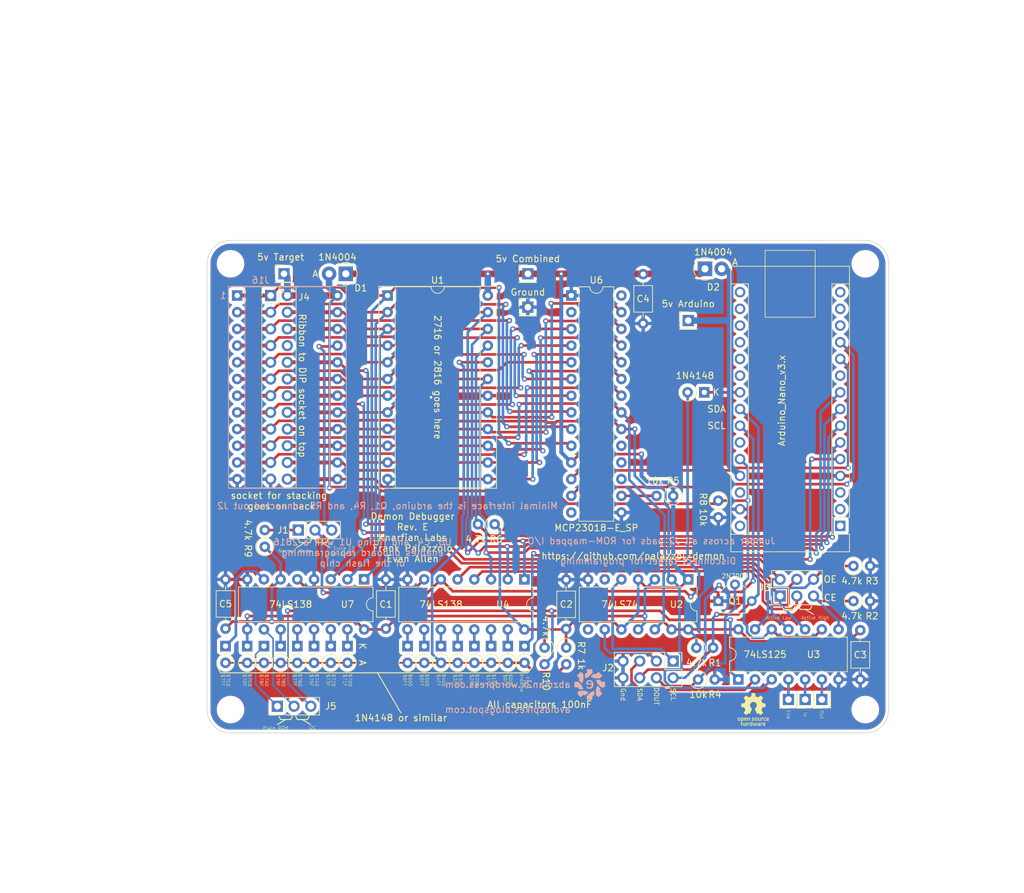
<source format=kicad_pcb>
(kicad_pcb (version 20211014) (generator pcbnew)
  (layers (0 "F.Cu" signal) (31 "B.Cu" signal) (34 "B.Paste" user) (35 "F.Paste" user) (36 "B.SilkS" user "B.Silkscreen") (37 "F.SilkS" user "F.Silkscreen") (38 "B.Mask" user) (39 "F.Mask" user) (44 "Edge.Cuts" user))
  (net 0 "")
  (net 1 "GND")
  (net 2 "/SDA")
  (net 3 "+5V")
  (net 4 "/A8")
  (net 5 "/D2")
  (net 6 "/A9")
  (net 7 "/D1")
  (net 8 "/D0")
  (net 10 "/A0")
  (net 11 "/A10")
  (net 12 "/A1")
  (net 13 "/A2")
  (net 14 "/D7")
  (net 15 "/A3")
  (net 16 "/D6")
  (net 17 "/A4")
  (net 18 "/D5")
  (net 19 "/A5")
  (net 20 "/D4")
  (net 21 "/A6")
  (net 22 "/D3")
  (net 23 "/A7")
  (net 29 "/SCL")
  (net 30 "Net-(J2-Pad5)")
  (net 31 "/DOUT")
  (net 32 "Net-(J2-Pad3)")
  (net 33 "Net-(J2-Pad1)")
  (net 34 "+5VA")
  (net 35 "+5VD")
  (net 37 "/138 enable")
  (net 38 "/program WR")
  (net 39 "/program OE")
  (net 40 "Net-(D11-Pad1)")
  (net 41 "Net-(D12-Pad1)")
  (net 47 "Net-(D4-Pad1)")
  (net 48 "Net-(D5-Pad1)")
  (net 49 "Net-(D6-Pad1)")
  (net 50 "Net-(D7-Pad1)")
  (net 51 "/arduino control CS")
  (net 52 "/Target OE")
  (net 53 "/Target CE")
  (net 54 "Net-(J3-Pad3)")
  (net 55 "Net-(J3-Pad4)")
  (net 56 "Net-(J3-Pad5)")
  (net 57 "Net-(J3-Pad6)")
  (net 60 "Net-(D13-Pad1)")
  (net 61 "Net-(D18-Pad1)")
  (net 63 "Net-(R5-Pad2)")
  (net 70 "Net-(D14-Pad1)")
  (net 71 "Net-(D15-Pad1)")
  (net 72 "Net-(D16-Pad1)")
  (net 73 "Net-(D17-Pad1)")
  (net 74 "Net-(J1-Pad1)")
  (net 75 "/SCL2")
  (net 76 "/SDA2")
  (net 77 "Net-(J6-Pad1)")
  (net 78 "Net-(J7-Pad1)")
  (net 79 "Net-(U4-Pad7)")
  (net 80 "Net-(D10-Pad2)")
  (net 81 "Net-(D8-Pad1)")
  (net 82 "Net-(D9-Pad1)")
  (net 83 "Net-(D10-Pad1)")
  (net 84 "/target VPP")
  (net 85 "Net-(J5-Pad2)")
  (net 90 "Net-(J8-Pad1)")
  (net 91 "Net-(J5-Pad3)")
  (footprint "Diode_THT:D_DO-35_SOD27_P2.54mm_Vertical_KathodeUp" (layer "F.Cu") (at 93.218 155.448 -90)
    (fp_text reference "D18" hide)
    (fp_text value "1N4148")
  )
  (footprint "Diode_THT:D_DO-35_SOD27_P2.54mm_Vertical_KathodeUp" (layer "F.Cu") (at 103.378 155.448 -90)
    (fp_text reference "D12" hide)
    (fp_text value "1N4148")
  )
  (footprint "Connector_PinHeader_2.54mm:PinHeader_1x01_P2.54mm_Vertical" (layer "F.Cu") (at 172.974 163.576 90)
    (fp_text reference "J6" hide)
    (fp_text value "Conn_01x01")
  )
  (footprint "Resistor_THT:R_Axial_DIN0207_L6.3mm_D2.5mm_P2.54mm_Vertical" (layer "F.Cu") (at 128.299 136.906 180)
    (fp_text reference "R6")
    (fp_text value "4.7k")
  )
  (footprint "MountingHole:MountingHole_3.2mm_M3" (layer "F.Cu") (at 184.658 97.282)
    (fp_text reference "REF**" hide)
    (fp_text value "MountingHole_3.2mm_M3")
  )
  (footprint "Package_DIP:DIP-24_W15.24mm_Socket" (layer "F.Cu") (at 89.154 102.108)
    (fp_text reference "J16")
    (fp_text value "Target Interface, 2716 Pinout")
  )
  (footprint "Capacitor_THT:C_Axial_L3.8mm_D2.6mm_P7.50mm_Horizontal" (layer "F.Cu") (at 87.376 152.788 90)
    (fp_text reference "C5")
    (fp_text value "0.1uF")
  )
  (footprint "Evan's misc parts:OSHW gear" (layer "F.Cu") (at 167.64 165.1)
    (fp_text reference "G***" hide)
    (fp_text value "LOGO" hide)
  )
  (footprint "Connector_PinHeader_2.54mm:PinHeader_2x03_P2.54mm_Vertical" (layer "F.Cu") (at 171.704 147.828 90)
    (fp_text reference "J3")
    (fp_text value "Jumper Block")
  )
  (footprint "Diode_THT:D_DO-35_SOD27_P2.54mm_Vertical_KathodeUp" (layer "F.Cu") (at 95.758 155.448 -90)
    (fp_text reference "D15" hide)
    (fp_text value "1N4148")
  )
  (footprint "Package_DIP:DIP-16_W7.62mm" (layer "F.Cu") (at 108.458 145.288 -90)
    (fp_text reference "U7")
    (fp_text value "74LS138")
  )
  (footprint "Diode_THT:D_DO-35_SOD27_P2.54mm_Vertical_KathodeUp" (layer "F.Cu") (at 115.062 155.448 -90)
    (fp_text reference "D10" hide)
    (fp_text value "1N4148")
  )
  (footprint "Diode_THT:D_DO-41_SOD81_P2.54mm_Vertical_AnodeUp" (layer "F.Cu") (at 105.664 98.806 180)
    (fp_text reference "D1")
    (fp_text value "1N4004")
  )
  (footprint "Diode_THT:D_DO-35_SOD27_P2.54mm_Vertical_KathodeUp" (layer "F.Cu") (at 160.175686 116.84 180)
    (fp_text reference "D19" hide)
    (fp_text value "1N4148")
  )
  (footprint "Diode_THT:D_DO-35_SOD27_P2.54mm_Vertical_KathodeUp" (layer "F.Cu") (at 87.376 155.448 -90)
    (fp_text reference "D17" hide)
    (fp_text value "1N4148")
  )
  (footprint "Resistor_THT:R_Axial_DIN0207_L6.3mm_D2.5mm_P2.54mm_Vertical" (layer "F.Cu") (at 182.851 148.59)
    (fp_text reference "R2")
    (fp_text value "4.7k")
  )
  (footprint "Diode_THT:D_DO-35_SOD27_P2.54mm_Vertical_KathodeUp" (layer "F.Cu") (at 127.762 155.448 -90)
    (fp_text reference "D5" hide)
    (fp_text value "1N4148")
  )
  (footprint "Diode_THT:D_DO-35_SOD27_P2.54mm_Vertical_KathodeUp" (layer "F.Cu") (at 100.838 155.448 -90)
    (fp_text reference "D13" hide)
    (fp_text value "1N4148")
  )
  (footprint "Diode_THT:D_DO-41_SOD81_P2.54mm_Vertical_AnodeUp" (layer "F.Cu") (at 160.274 98.044)
    (fp_text reference "D2")
    (fp_text value "1N4004")
  )
  (footprint "Diode_THT:D_DO-35_SOD27_P2.54mm_Vertical_KathodeUp" (layer "F.Cu") (at 120.142 155.448 -90)
    (fp_text reference "D8" hide)
    (fp_text value "1N4148")
  )
  (footprint "Connector_PinHeader_2.54mm:PinHeader_2x04_P2.54mm_Vertical" (layer "F.Cu") (at 155.438 157.729 -90)
    (fp_text reference "J2")
    (fp_text value "Jumper Block")
  )
  (footprint "Capacitor_THT:C_Axial_L3.8mm_D2.6mm_P7.50mm_Horizontal" (layer "F.Cu") (at 150.876 98.866 -90)
    (fp_text reference "C4")
    (fp_text value "0.1uF")
  )
  (footprint "Resistor_THT:R_Axial_DIN0207_L6.3mm_D2.5mm_P2.54mm_Vertical" (layer "F.Cu") (at 135.89 155.673 -90)
    (fp_text reference "R10")
    (fp_text value "4.7k")
  )
  (footprint "Resistor_THT:R_Axial_DIN0207_L6.3mm_D2.5mm_P2.54mm_Vertical" (layer "F.Cu") (at 182.851 143.256)
    (fp_text reference "R3")
    (fp_text value "4.7k")
  )
  (footprint "Diode_THT:D_DO-35_SOD27_P2.54mm_Vertical_KathodeUp" (layer "F.Cu") (at 130.302 155.448 -90)
    (fp_text reference "D4" hide)
    (fp_text value "1N4148")
  )
  (footprint "Package_DIP:DIP-24_W15.24mm_Socket" (layer "F.Cu") (at 112.014 102.108)
    (fp_text reference "U1")
    (fp_text value "2716")
  )
  (footprint "Package_DIP:DIP-28_W7.62mm" (layer "F.Cu") (at 139.954 102.108)
    (fp_text reference "U6")
    (fp_text value "MCP23018-E_SP")
  )
  (footprint "Connector_PinHeader_2.54mm:PinHeader_1x03_P2.54mm_Vertical" (layer "F.Cu") (at 98.44 137.795 90)
    (fp_text reference "J1")
    (fp_text value "extra CS")
  )
  (footprint "Connector_PinHeader_2.54mm:PinHeader_1x01_P2.54mm_Vertical" (layer "F.Cu") (at 157.734 105.918)
    (fp_text reference "J15" hide)
    (fp_text value "Conn_01x01")
  )
  (footprint "MountingHole:MountingHole_3.2mm_M3" (layer "F.Cu") (at 88.138 97.282)
    (fp_text reference "REF**" hide)
    (fp_text value "MountingHole_3.2mm_M3")
  )
  (footprint "Connector_PinHeader_2.54mm:PinHeader_2x12_P2.54mm_Vertical" (layer "F.Cu") (at 94.234 102.108)
    (fp_text reference "J4")
    (fp_text value "Target Interface, 2716 Pinout")
  )
  (footprint "Resistor_THT:R_Axial_DIN0207_L6.3mm_D2.5mm_P2.54mm_Vertical" (layer "F.Cu") (at 158.975 155.702)
    (fp_text reference "R1")
    (fp_text value "4.7k")
  )
  (footprint "Package_TO_SOT_THT:TO-92_Wide" (layer "F.Cu") (at 162.306 148.598)
    (fp_text reference "Q1")
    (fp_text value "2N7000")
  )
  (footprint "Diode_THT:D_DO-35_SOD27_P2.54mm_Vertical_KathodeUp" (layer "F.Cu") (at 105.918 155.448 -90)
    (fp_text reference "D11" hide)
    (fp_text value "1N4148")
  )
  (footprint "Diode_THT:D_DO-35_SOD27_P2.54mm_Vertical_KathodeUp" (layer "F.Cu") (at 98.298 155.448 -90)
    (fp_text reference "D14" hide)
    (fp_text value "1N4148")
  )
  (footprint "Connector_PinHeader_2.54mm:PinHeader_1x01_P2.54mm_Vertical" (layer "F.Cu") (at 133.35 103.886)
    (fp_text reference "J14" hide)
    (fp_text value "Conn_01x01")
  )
  (footprint "MountingHole:MountingHole_3.2mm_M3" (layer "F.Cu") (at 88.138 165.1)
    (fp_text reference "REF**" hide)
    (fp_text value "MountingHole_3.2mm_M3")
  )
  (footprint "Capacitor_THT:C_Axial_L3.8mm_D2.6mm_P7.50mm_Horizontal" (layer "F.Cu") (at 139.169 152.838 90)
    (fp_text reference "C2")
    (fp_text value "0.1uF")
  )
  (footprint "Connector_PinHeader_2.54mm:PinHeader_1x01_P2.54mm_Vertical" (layer "F.Cu") (at 178.054 163.576 90)
    (fp_text reference "J7" hide)
    (fp_text value "Conn_01x01")
  )
  (footprint "Module:Arduino_Nano" (layer "F.Cu") (at 180.848 137.16 180)
    (fp_text reference "A1" hide)
    (fp_text value "Arduino_Nano_v3.x")
  )
  (footprint "Resistor_THT:R_Axial_DIN0207_L6.3mm_D2.5mm_P2.54mm_Vertical" (layer "F.Cu") (at 159.229 160.528)
    (fp_text reference "R4")
    (fp_text value "10k")
  )
  (footprint "Connector_PinHeader_2.54mm:PinHeader_1x01_P2.54mm_Vertical" (layer "F.Cu") (at 96.266 98.806)
    (fp_text reference "J12" hide)
    (fp_text value "Conn_01x01")
  )
  (footprint "Resistor_THT:R_Axial_DIN0207_L6.3mm_D2.5mm_P2.54mm_Vertical" (layer "F.Cu") (at 162.306 133.321 -90)
    (fp_text reference "R8")
    (fp_text value "10k")
  )
  (footprint "Connector_PinHeader_2.54mm:PinHeader_1x01_P2.54mm_Vertical" (layer "F.Cu") (at 133.35 98.806)
    (fp_text reference "J13" hide)
    (fp_text value "Conn_01x01")
  )
  (footprint "Package_DIP:DIP-14_W7.62mm" (layer "F.Cu") (at 157.739 145.298 -90)
    (fp_text reference "U2")
    (fp_text value "74LS74")
  )
  (footprint "Package_DIP:DIP-16_W7.62mm" (layer "F.Cu") (at 132.827 145.298 -90)
    (fp_text reference "U4")
    (fp_text value "74LS138")
  )
  (footprint "Package_DIP:DIP-14_W7.62mm" (layer "F.Cu") (at 165.349 160.518 90)
    (fp_text reference "U3")
    (fp_text value "74LS125")
  )
  (footprint "Diode_THT:D_DO-35_SOD27_P2.54mm_Vertical_KathodeUp" (layer "F.Cu") (at 132.842 155.448 -90)
    (fp_text reference "D3" hide)
    (fp_text value "1N4148")
  )
  (footprint "Diode_THT:D_DO-35_SOD27_P2.54mm_Vertical_KathodeUp" (layer "F.Cu") (at 117.602 155.448 -90)
    (fp_text reference "D9" hide)
    (fp_text value "1N4148")
  )
  (footprint "Capacitor_THT:C_Axial_L3.8mm_D2.6mm_P7.50mm_Horizontal" (layer "F.Cu") (at 183.896 153.028 -90)
    (fp_text reference "C3")
    (fp_text value "0.1uF")
  )
  (footprint "Diode_THT:D_DO-35_SOD27_P2.54mm_Vertical_KathodeUp" (layer "F.Cu") (at 90.678 155.448 -90)
    (fp_text reference "D16" hide)
    (fp_text value "1N4148")
  )
  (footprint "Capacitor_THT:C_Axial_L3.8mm_D2.6mm_P7.50mm_Horizontal" (layer "F.Cu") (at 111.76 152.788 90)
    (fp_text reference "C1")
    (fp_text value "0.1uF")
  )
  (footprint "MountingHole:MountingHole_3.2mm_M3" (layer "F.Cu") (at 184.658 165.1)
    (fp_text reference "REF**" hide)
    (fp_text value "MountingHole_3.2mm_M3")
  )
  (footprint "Resistor_THT:R_Axial_DIN0207_L6.3mm_D2.5mm_P2.54mm_Vertical" (layer "F.Cu") (at 155.448 132.588 180)
    (fp_text reference "R5")
    (fp_text value "10k")
  )
  (footprint "Resistor_THT:R_Axial_DIN0207_L6.3mm_D2.5mm_P2.54mm_Vertical" (layer "F.Cu") (at 139.192 155.673 -90)
    (fp_text reference "R7")
    (fp_text value "1k")
  )
  (footprint "Connector_PinHeader_2.54mm:PinHeader_1x01_P2.54mm_Vertical" (layer "F.Cu") (at 175.514 163.576 90)
    (fp_text reference "J8" hide)
    (fp_text value "Conn_01x01")
  )
  (footprint "Diode_THT:D_DO-35_SOD27_P2.54mm_Vertical_KathodeUp" (layer "F.Cu") (at 122.682 155.448 -90)
    (fp_text reference "D7" hide)
    (fp_text value "1N4148")
  )
  (footprint "Resistor_THT:R_Axial_DIN0207_L6.3mm_D2.5mm_P2.54mm_Vertical" (layer "F.Cu") (at 93.345 140.335 90)
    (fp_text reference "R9")
    (fp_text value "4.7k")
  )
  (footprint "Connector_PinHeader_2.54mm:PinHeader_1x03_P2.54mm_Vertical" (layer "F.Cu") (at 95.265 164.592 90)
    (fp_text reference "J5")
    (fp_text value "read region")
  )
  (footprint "Diode_THT:D_DO-35_SOD27_P2.54mm_Vertical_KathodeUp" (layer "F.Cu") (at 125.222 155.448 -90)
    (fp_text reference "D6" hide)
    (fp_text value "1N4148")
  )
  (footprint "Evan's misc parts:Evan Logo" (layer "B.Cu") (at 142.748 161.29 180)
    (fp_text reference "G***" hide)
    (fp_text value "LOGO" hide)
  )
  (gr_line (start 101.219 139.7) (end 100.965 139.192) (layer "F.SilkS") (width 0.15))
  (gr_line (start 95.758 166.624) (end 97.282 166.624) (layer "F.SilkS") (width 0.15))
  (gr_line (start 95.758 166.624) (end 95.504 166.116) (layer "F.SilkS") (width 0.15))
  (gr_line (start 86.614 159.512) (end 133.35 159.512) (layer "F.SilkS") (width 0.15))
  (gr_line (start 98.298 166.624) (end 99.822 166.624) (layer "F.SilkS") (width 0.15))
  (gr_line (start 175.514 149.86) (end 176.784 150.622) (layer "F.SilkS") (width 0.15))
  (gr_line (start 174.752 149.86) (end 176.276 149.86) (layer "F.SilkS") (width 0.15))
  (gr_line (start 98.679 139.7) (end 98.425 139.192) (layer "F.SilkS") (width 0.15))
  (gr_line (start 99.06 166.624) (end 100.33 167.386) (layer "F.SilkS") (width 0.15))
  (gr_line (start 172.212 149.86) (end 171.958 149.352) (layer "F.SilkS") (width 0.15))
  (gr_line (start 172.974 149.86) (end 171.704 150.622) (layer "F.SilkS") (width 0.15))
  (gr_line (start 172.212 149.86) (end 173.736 149.86) (layer "F.SilkS") (width 0.15))
  (gr_line (start 101.981 139.7) (end 103.251 140.462) (layer "F.SilkS") (width 0.15))
  (gr_line (start 98.679 139.7) (end 100.203 139.7) (layer "F.SilkS") (width 0.15))
  (gr_line (start 98.298 166.624) (end 98.044 166.116) (layer "F.SilkS") (width 0.15))
  (gr_line (start 173.736 149.86) (end 173.99 149.352) (layer "F.SilkS") (width 0.15))
  (gr_line (start 96.52 166.624) (end 95.25 167.386) (layer "F.SilkS") (width 0.15))
  (gr_line (start 100.203 139.7) (end 100.457 139.192) (layer "F.SilkS") (width 0.15))
  (gr_line (start 101.219 139.7) (end 102.743 139.7) (layer "F.SilkS") (width 0.15))
  (gr_line (start 176.276 149.86) (end 176.53 149.352) (layer "F.SilkS") (width 0.15))
  (gr_line (start 99.441 139.7) (end 98.171 140.462) (layer "F.SilkS") (width 0.15))
  (gr_line (start 102.743 139.7) (end 102.997 139.192) (layer "F.SilkS") (width 0.15))
  (gr_line (start 86.106 158.496) (end 86.614 159.512) (layer "F.SilkS") (width 0.15))
  (gr_line (start 97.282 166.624) (end 97.536 166.116) (layer "F.SilkS") (width 0.15))
  (gr_line (start 99.822 166.624) (end 100.076 166.116) (layer "F.SilkS") (width 0.15))
  (gr_line (start 174.752 149.86) (end 174.498 149.352) (layer "F.SilkS") (width 0.15))
  (gr_line (start 133.35 159.512) (end 134.112 158.496) (layer "F.SilkS") (width 0.15))
  (gr_line (start 110.49 159.512) (end 114.046 165.608) (layer "F.SilkS") (width 0.15))
  (gr_line (start 84.582 97.282) (end 84.582 99.06) (layer "Edge.Cuts") (width 0.1))
  (gr_arc (start 188.214 165.1) (mid 187.172472 167.614472) (end 184.658 168.656) (layer "Edge.Cuts") (width 0.1))
  (gr_line (start 84.582 123.444) (end 84.582 146.812) (layer "Edge.Cuts") (width 0.1))
  (gr_line (start 184.658 168.656) (end 98.552 168.656) (layer "Edge.Cuts") (width 0.1))
  (gr_line (start 178.054 93.726) (end 184.658 93.726) (layer "Edge.Cuts") (width 0.1))
  (gr_line (start 84.582 165.1) (end 84.582 146.812) (layer "Edge.Cuts") (width 0.1))
  (gr_line (start 88.138 168.656) (end 98.552 168.656) (layer "Edge.Cuts") (width 0.1))
  (gr_line (start 88.138 93.726) (end 178.054 93.726) (layer "Edge.Cuts") (width 0.1))
  (gr_line (start 188.214 165.1) (end 188.214 97.282) (layer "Edge.Cuts") (width 0.1))
  (gr_arc (start 184.658 93.726) (mid 187.172472 94.767528) (end 188.214 97.282) (layer "Edge.Cuts") (width 0.1))
  (gr_arc (start 84.582 97.282) (mid 85.623528 94.767528) (end 88.138 93.726) (layer "Edge.Cuts") (width 0.1))
  (gr_line (start 84.582 123.444) (end 84.582 99.06) (layer "Edge.Cuts") (width 0.1))
  (gr_arc (start 88.138 168.656) (mid 85.623528 167.614472) (end 84.582 165.1) (layer "Edge.Cuts") (width 0.1))
  (gr_text "Jumper across all J2 pads for ROM-mapped I/O" (at 152.146 139.446) (layer "B.SilkS") (effects (font (size 1 1)) (justify mirror)))
  (gr_text "1" (at 86.995 102.108) (layer "B.SilkS") (effects (font (size 1 1)) (justify mirror)))
  (gr_text "Minimal interface is the arduino, Q1, R4, and R5 connected out J2" (at 112.014 134.112) (layer "B.SilkS") (effects (font (size 1 1)) (justify mirror)))
  (gr_text "avoidspikes.blogspot.com" (at 130.302 165.1) (layer "B.SilkS") (effects (font (size 1 1)) (justify mirror)))
  (gr_text "U6, C4, and fitting U1 with a 2816\nenables onboard reprogramming\nof the flash chip" (at 108.204 141.224) (layer "B.SilkS") (effects (font (size 1 1)) (justify mirror)))
  (gr_text "abzman2k.wordpress.com" (at 130.302 161.29) (layer "B.SilkS") (effects (font (size 1 1)) (justify mirror)))
  (gr_text "Disconnect target for programming" (at 151.638 142.494) (layer "B.SilkS") (effects (font (size 1 1)) (justify mirror)))
  (gr_text "SCL" (at 155.448 162.814 270) (layer "F.SilkS") (effects (font (size 0.7 0.7) (thickness 0.1))))
  (gr_text "Normal Mode" (at 97.917 140.97) (layer "F.SilkS") (effects (font (size 0.5 0.5) (thickness 0.05))))
  (gr_text "$200\n$2FF" (at 125.222 160.655 270) (layer "F.SilkS") (effects (font (size 0.5 0.5) (thickness 0.05))))
  (gr_text "$100\n$1FF" (at 127.762 160.655 270) (layer "F.SilkS") (effects (font (size 0.5 0.5) (thickness 0.05))))
  (gr_text "$500\n$5FF" (at 117.602 160.655 270) (layer "F.SilkS") (effects (font (size 0.5 0.5) (thickness 0.05))))
  (gr_text "Demon Debugger\nRev. E\nKnarfian Labs\nFrank Palazzolo\nEvan Allen" (at 115.824 138.938) (layer "F.SilkS") (effects (font (size 1 1))))
  (gr_text "$7C0\n$7DF" (at 90.678 160.655 270) (layer "F.SilkS") (effects (font (size 0.5 0.5) (thickness 0.05))))
  (gr_text "In" (at 175.514 165.862 270) (layer "F.SilkS") (effects (font (size 0.5 0.5) (thickness 0.05))))
  (gr_text "2716 or 2816 goes here" (at 119.634 114.554 270) (layer "F.SilkS") (effects (font (size 1 1))))
  (gr_text "$740\n$75F" (at 100.838 160.655 270) (layer "F.SilkS") (effects (font (size 0.5 0.5) (thickness 0.05))))
  (gr_text "Active Low" (at 171.45 151.13) (layer "F.SilkS") (effects (font (size 0.5 0.5) (thickness 0.05))))
  (gr_text "$000\n$0FF" (at 130.302 160.655 270) (layer "F.SilkS") (effects (font (size 0.5 0.5) (thickness 0.05))))
  (gr_text "5v Combined" (at 133.35 96.52) (layer "F.SilkS") (effects (font (size 1 1))))
  (gr_text "1N4148" (at 158.75 114.3) (layer "F.SilkS") (effects (font (size 1 1))))
  (gr_text "$760\n$77F" (at 98.298 160.655 270) (layer "F.SilkS") (effects (font (size 0.5 0.5) (thickness 0.05))))
  (gr_text "Gnd" (at 147.828 162.814 270) (layer "F.SilkS") (effects (font (size 0.7 0.7) (thickness 0.1))))
  (gr_text "I2C" (at 100.584 167.894) (layer "F.SilkS") (effects (font (size 0.5 0.5) (thickness 0.05))))
  (gr_text "$7E0\n$7FF" (at 87.376 160.655 270) (layer "F.SilkS") (effects (font (size 0.5 0.5) (thickness 0.05))))
  (gr_text "socket for stacking \ngoes on back" (at 95.885 133.35) (layer "F.SilkS") (effects (font (size 1 1))))
  (gr_text "Ground" (at 133.35 101.6) (layer "F.SilkS") (effects (font (size 1 1))))
  (gr_text "SDA" (at 150.368 162.814 270) (layer "F.SilkS") (effects (font (size 0.7 0.7) (thickness 0.1))))
  (gr_text "$700\n$71F" (at 105.918 160.655 270) (layer "F.SilkS") (effects (font (size 0.5 0.5) (thickness 0.05))))
  (gr_text "$780\n$79F" (at 95.758 160.655 270) (layer "F.SilkS") (effects (font (size 0.5 0.5) (thickness 0.05))))
  (gr_text "$400\n$4FF" (at 120.142 160.655 270) (layer "F.SilkS") (effects (font (size 0.5 0.5) (thickness 0.05))))
  (gr_text "SDA" (at 162.052 119.38) (layer "F.SilkS") (effects (font (size 1 1))))
  (gr_text "https://github.com/palazzol/demon" (at 149.352 141.732) (layer "F.SilkS") (effects (font (size 1 1))))
  (gr_text "All capacitors 100nF" (at 135.128 164.338) (layer "F.SilkS") (effects (font (size 1 1))))
  (gr_text "Ribbon to DIP socket on top" (at 99.06 115.824 270) (layer "F.SilkS") (effects (font (size 1 1))))
  (gr_text "4.7k" (at 90.805 137.795 270) (layer "F.SilkS") (effects (font (size 1 1))))
  (gr_text "DOUT" (at 152.908 163.068 270) (layer "F.SilkS") (effects (font (size 0.7 0.7) (thickness 0.1))))
  (gr_text "5v Target" (at 95.758 96.266) (layer "F.SilkS") (effects (font (size 1 1))))
  (gr_text "Active High" (at 177.038 151.13) (layer "F.SilkS") (effects (font (size 0.5 0.5) (thickness 0.05))))
  (gr_text "Extra CS\non pin 21" (at 105.41 140.97) (layer "F.SilkS") (effects (font (size 0.5 0.5) (thickness 0.05))))
  (gr_text "$600\n$6FF" (at 115.062 160.655 270) (layer "F.SilkS") (effects (font (size 0.5 0.5) (thickness 0.05))))
  (gr_text "$7A0\n$7BF" (at 93.218 160.655 270) (layer "F.SilkS") (effects (font (size 0.5 0.5) (thickness 0.05))))
  (gr_text "Ena" (at 172.974 165.862 270) (layer "F.SilkS") (effects (font (size 0.5 0.5) (thickness 0.05))))
  (gr_text "$300\n$3FF" (at 122.682 160.655 270) (layer "F.SilkS") (effects (font (size 0.5 0.5) (thickness 0.05))))
  (gr_text "SCL" (at 162.052 121.92) (layer "F.SilkS") (effects (font (size 1 1))))
  (gr_text "From\nArduino" (at 132.842 161.036 270) (layer "F.SilkS") (effects (font (size 0.5 0.5) (thickness 0.05))))
  (gr_text "CE" (at 179.324 148.082) (layer "F.SilkS") (effects (font (size 1 1))))
  (gr_text "Plain ROM" (at 94.996 167.894) (layer "F.SilkS") (effects (font (size 0.5 0.5) (thickness 0.05))))
  (gr_text "OE" (at 179.324 145.288) (layer "F.SilkS") (effects (font (size 1 1))))
  (gr_text "5v Arduino" (at 157.734 103.378) (layer "F.SilkS") (effects (font (size 1 1))))
  (gr_text "1N4148 or similar" (at 114.046 166.37) (layer "F.SilkS") (effects (font (size 1 1))))
  (gr_text "Out" (at 178.054 165.862 270) (layer "F.SilkS") (effects (font (size 0.5 0.5) (thickness 0.05))))
  (gr_text "$720\n$73F" (at 103.378 160.655 270) (layer "F.SilkS") (effects (font (size 0.5 0.5) (thickness 0.05))))
  (via (at 118.618 117.602) (size 0.8) (drill 0.4) (layers "F.Cu" "B.Cu") (net 1))
  (segment (start 162.052 150.622) (end 165.362 150.622) (width 0.4) (layer "F.Cu") (net 2))
  (segment (start 151.607511 159.019489) (end 150.358 160.269) (width 0.4) (layer "F.Cu") (net 2))
  (segment (start 158.197511 159.019489) (end 151.607511 159.019489) (width 0.4) (layer "F.Cu") (net 2))
  (segment (start 161.515 155.702) (end 158.197511 159.019489) (width 0.4) (layer "F.Cu") (net 2))
  (segment (start 165.362 150.622) (end 167.386 148.598) (width 0.4) (layer "F.Cu") (net 2))
  (via (at 162.052 150.622) (size 0.8) (drill 0.4) (layers "F.Cu" "B.Cu") (net 2))
  (segment (start 168.406533 122.178533) (end 168.406533 147.577467) (width 0.4) (layer "B.Cu") (net 2))
  (segment (start 161.515 151.159) (end 162.052 150.622) (width 0.4) (layer "B.Cu") (net 2))
  (segment (start 165.608 119.38) (end 168.406533 122.178533) (width 0.4) (layer "B.Cu") (net 2))
  (segment (start 168.406533 147.577467) (end 167.386 148.598) (width 0.4) (layer "B.Cu") (net 2))
  (segment (start 161.515 155.702) (end 161.515 151.159) (width 0.4) (layer "B.Cu") (net 2))
  (segment (start 131.627489 151.718489) (end 112.829511 151.718489) (width 0.4) (layer "F.Cu") (net 3))
  (segment (start 157.759 152.898) (end 157.739 152.918) (width 0.4) (layer "F.Cu") (net 3))
  (segment (start 111.64 152.908) (end 111.76 152.788) (width 0.4) (layer "F.Cu") (net 3))
  (segment (start 132.827 152.918) (end 135.88 152.918) (width 0.4) (layer "F.Cu") (net 3))
  (segment (start 167.148031 154.697031) (end 165.349 152.898) (width 0.4) (layer "F.Cu") (net 3))
  (segment (start 108.458 152.908) (end 111.64 152.908) (width 0.4) (layer "F.Cu") (net 3))
  (segment (start 147.579 152.918) (end 148.778511 151.718489) (width 0.4) (layer "F.Cu") (net 3))
  (segment (start 88.455511 151.708489) (end 87.376 152.788) (width 0.4) (layer "F.Cu") (net 3))
  (segment (start 107.258489 151.708489) (end 96.957511 151.708489) (width 0.4) (layer "F.Cu") (net 3))
  (segment (start 139.169 152.838) (end 139.169 155.217) (width 0.4) (layer "F.Cu") (net 3))
  (segment (start 108.458 152.908) (end 107.258489 151.708489) (width 0.4) (layer "F.Cu") (net 3))
  (segment (start 94.417511 151.708489) (end 88.455511 151.708489) (width 0.4) (layer "F.Cu") (net 3))
  (segment (start 146.379489 151.718489) (end 147.579 152.918) (width 0.4) (layer "F.Cu") (net 3))
  (segment (start 135.89 155.673) (end 135.89 152.928) (width 0.4) (layer "F.Cu") (net 3))
  (segment (start 138.684 98.806) (end 159.512 98.806) (width 1) (layer "F.Cu") (net 3))
  (segment (start 151.318511 146.497511) (end 150.119 145.298) (width 0.4) (layer "F.Cu") (net 3))
  (segment (start 96.957511 151.708489) (end 94.417511 151.708489) (width 0.4) (layer "F.Cu") (net 3))
  (segment (start 141.224 126.238) (end 150.622 126.238) (width 0.4) (layer "F.Cu") (net 3))
  (segment (start 139.169 155.217) (end 138.938 155.448) (width 0.4) (layer "F.Cu") (net 3))
  (segment (start 148.778511 151.718489) (end 151.303511 151.718489) (width 0.4) (layer "F.Cu") (net 3))
  (segment (start 139.089 152.918) (end 139.169 152.838) (width 0.4) (layer "F.Cu") (net 3))
  (segment (start 140.288511 151.718489) (end 146.379489 151.718489) (width 0.4) (layer "F.Cu") (net 3))
  (segment (start 127.254 98.806) (end 138.684 98.806) (width 1) (layer "F.Cu") (net 3))
  (segment (start 132.827 152.918) (end 131.627489 151.718489) (width 0.4) (layer "F.Cu") (net 3))
  (segment (start 157.739 145.298) (end 156.539489 146.497511) (width 0.4) (layer "F.Cu") (net 3))
  (segment (start 155.199 152.918) (end 157.739 152.918) (width 0.4) (layer "F.Cu") (net 3))
  (segment (start 153.999489 151.718489) (end 155.199 152.918) (width 0.4) (layer "F.Cu") (net 3))
  (segment (start 165.349 152.898) (end 157.759 152.898) (width 0.4) (layer "F.Cu") (net 3))
  (segment (start 135.89 152.928) (end 135.88 152.918) (width 0.4) (layer "F.Cu") (net 3))
  (segment (start 156.539489 146.497511) (end 151.318511 146.497511) (width 0.4) (layer "F.Cu") (net 3))
  (segment (start 139.954 127.508) (end 141.224 126.238) (width 0.4) (layer "F.Cu") (net 3))
  (segment (start 182.226969 154.697031) (end 167.148031 154.697031) (width 0.4) (layer "F.Cu") (net 3))
  (segment (start 151.303511 151.718489) (end 153.999489 151.718489) (width 0.4) (layer "F.Cu") (net 3))
  (segment (start 105.664 98.806) (end 127.254 98.806) (width 1) (layer "F.Cu") (net 3))
  (segment (start 135.88 152.918) (end 139.089 152.918) (width 0.4) (layer "F.Cu") (net 3))
  (segment (start 139.169 152.838) (end 140.288511 151.718489) (width 0.4) (layer "F.Cu") (net 3))
  (segment (start 183.896 153.028) (end 182.226969 154.697031) (width 0.4) (layer "F.Cu") (net 3))
  (segment (start 112.829511 151.718489) (end 111.76 152.788) (width 0.4) (layer "F.Cu") (net 3))
  (segment (start 159.512 98.806) (end 160.02 98.298) (width 1) (layer "F.Cu") (net 3))
  (via (at 150.622 126.238) (size 0.8) (drill 0.4) (layers "F.Cu" "B.Cu") (net 3))
  (via (at 127.254 98.806) (size 0.8) (drill 0.4) (layers "F.Cu" "B.Cu") (net 3))
  (via (at 138.43 98.806) (size 0.8) (drill 0.4) (layers "F.Cu" "B.Cu") (net 3))
  (via (at 94.417511 151.708489) (size 0.8) (drill 0.4) (layers "F.Cu" "B.Cu") (net 3))
  (segment (start 139.954 127.508) (end 138.43 125.984) (width 0.6) (layer "B.Cu") (net 3))
  (segment (start 158.975 154.154) (end 157.739 152.918) (width 0.4) (layer "B.Cu") (net 3))
  (segment (start 127.254 102.108) (end 127.254 98.806) (width 1) (layer "B.Cu") (net 3))
  (segment (start 95.758 145.288) (end 95.758 142.748) (width 0.4) (layer "B.Cu") (net 3))
  (segment (start 150.622 129.56673) (end 151.61127 130.556) (width 0.6) (layer "B.Cu") (net 3))
  (segment (start 132.827 152.918) (end 129.087489 149.178489) (width 0.4) (layer "B.Cu") (net 3))
  (segment (start 150.119 150.378) (end 147.579 152.918) (width 0.4) (layer "B.Cu") (net 3))
  (segment (start 94.417511 146.628489) (end 94.417511 151.708489) (width 0.4) (layer "B.Cu") (net 3))
  (segment (start 150.119 145.298) (end 150.119 150.373) (width 0.4) (layer "B.Cu") (net 3))
  (segment (start 158.975 155.702) (end 158.975 154.154) (width 0.4) (layer "B.Cu") (net 3))
  (segment (start 155.448 143.007) (end 157.739 145.298) (width 0.6) (layer "B.Cu") (net 3))
  (segment (start 129.087489 149.178489) (end 129.087489 137.694489) (width 0.4) (layer "B.Cu") (net 3))
  (segment (start 155.448 132.588) (end 155.448 143.007) (width 0.6) (layer "B.Cu") (net 3))
  (segment (start 151.61127 130.556) (end 154.54737 130.556) (width 0.6) (layer "B.Cu") (net 3))
  (segment (start 95.758 145.288) (end 94.417511 146.628489) (width 0.4) (layer "B.Cu") (net 3))
  (segment (start 95.758 142.748) (end 93.345 140.335) (width 0.4) (layer "B.Cu") (net 3))
  (segment (start 154.54737 130.556) (end 155.448 131.45663) (width 0.6) (layer "B.Cu") (net 3))
  (segment (start 150.119 150.373) (end 150.119 150.378) (width 0.4) (layer "B.Cu") (net 3))
  (segment (start 150.622 126.238) (end 150.622 129.56673) (width 0.6) (layer "B.Cu") (net 3))
  (segment (start 155.448 131.45663) (end 155.448 132.588) (width 0.6) (layer "B.Cu") (net 3))
  (segment (start 129.087489 137.694489) (end 128.299 136.906) (width 0.4) (layer "B.Cu") (net 3))
  (segment (start 138.43 125.984) (end 138.43 98.806) (width 0.6) (layer "B.Cu") (net 3))
  (segment (start 125.984 139.446) (end 132.588 139.446) (width 0.4) (layer "F.Cu") (net 4))
  (segment (start 127.254 104.648) (end 114.554 104.648) (width 0.4) (layer "F.Cu") (net 4))
  (segment (start 96.774 104.648) (end 104.394 104.648) (width 0.6) (layer "F.Cu") (net 4))
  (segment (start 113.284 105.918) (end 106.553 105.918) (width 0.4) (layer "F.Cu") (net 4))
  (segment (start 114.554 104.648) (end 113.284 105.918) (width 0.4) (layer "F.Cu") (net 4))
  (segment (start 132.681551 139.352449) (end 132.588 139.446) (width 0.4) (layer "F.Cu") (net 4))
  (segment (start 105.283 104.648) (end 104.394 104.648) (width 0.4) (layer "F.Cu") (net 4))
  (segment (start 178.816 139.7) (end 178.483542 139.367542) (width 0.4) (layer "F.Cu") (net 4))
  (segment (start 150.782449 139.352449) (end 132.681551 139.352449) (width 0.4) (layer "F.Cu") (net 4))
  (segment (start 150.797542 139.367542) (end 150.782449 139.352449) (width 0.4) (layer "F.Cu") (net 4))
  (segment (start 124.206 141.224) (end 125.984 139.446) (width 0.4) (layer "F.Cu") (net 4))
  (segment (start 178.483542 139.367542) (end 150.797542 139.367542) (width 0.4) (layer "F.Cu") (net 4))
  (segment (start 106.553 105.918) (end 105.283 104.648) (width 0.4) (layer "F.Cu") (net 4))
  (via (at 132.588 139.446) (size 0.8) (drill 0.4) (layers "F.Cu" "B.Cu") (net 4))
  (via (at 178.816 139.7) (size 0.8) (drill 0.4) (layers "F.Cu" "B.Cu") (net 4))
  (via (at 124.206 141.224) (size 0.8) (drill 0.4) (layers "F.Cu" "B.Cu") (net 4))
  (segment (start 179.048969 123.719031) (end 179.048969 138.336351) (width 0.4) (layer "B.Cu") (net 4))
  (segment (start 132.827 139.685) (end 132.588 139.446) (width 0.4) (layer "B.Cu") (net 4))
  (segment (start 180.848 121.92) (end 179.048969 123.719031) (width 0.4) (layer "B.Cu") (net 4))
  (segment (start 123.959969 140.977969) (end 124.206 141.224) (width 0.4) (layer "B.Cu") (net 4))
  (segment (start 123.959969 136.050182) (end 123.959969 140.977969) (width 0.4) (layer "B.Cu") (net 4))
  (segment (start 132.827 145.298) (end 132.827 139.685) (width 0.4) (layer "B.Cu") (net 4))
  (segment (start 179.048969 138.336351) (end 178.816 138.56932) (width 0.4) (layer "B.Cu") (net 4))
  (segment (start 124.206 135.80415) (end 123.959969 136.050182) (width 0.4) (layer "B.Cu") (net 4))
  (segment (start 127.254 104.648) (end 124.206 107.696) (width 0.4) (layer "B.Cu") (net 4))
  (segment (start 124.206 107.696) (end 124.206 135.80415) (width 0.4) (layer "B.Cu") (net 4))
  (segment (start 178.816 138.56932) (end 178.816 139.7) (width 0.4) (layer "B.Cu") (net 4))
  (segment (start 89.154 127.508) (end 94.234 127.508) (width 0.6) (layer "F.Cu") (net 5))
  (segment (start 94.234 127.508) (end 95.483511 126.258489) (width 0.4) (layer "F.Cu") (net 5))
  (segment (start 133.279511 116.148489) (end 146.374489 116.148489) (width 0.4) (layer "F.Cu") (net 5))
  (segment (start 146.374489 116.148489) (end 147.574 117.348) (width 0.4) (layer "F.Cu") (net 5))
  (segment (start 112.014 127.508) (end 106.934 127.508) (width 0.4) (layer "F.Cu") (net 5))
  (segment (start 106.934 127.508) (end 105.684489 126.258489) (width 0.4) (layer "F.Cu") (net 5))
  (segment (start 113.14537 127.508) (end 114.344881 126.308489) (width 0.4) (layer "F.Cu") (net 5))
  (segment (start 95.483511 126.258489) (end 105.684489 126.258489) (width 0.4) (layer "F.Cu") (net 5))
  (segment (start 114.344881 126.308489) (end 132.771511 126.308489) (width 0.4) (layer "F.Cu") (net 5))
  (segment (start 112.014 127.508) (end 113.14537 127.508) (width 0.4) (layer "F.Cu") (net 5))
  (via (at 132.771511 126.308489) (size 0.8) (drill 0.4) (layers "F.Cu" "B.Cu") (net 5))
  (via (at 133.279511 116.148489) (size 0.8) (drill 0.4) (layers "F.Cu" "B.Cu") (net 5))
  (segment (start 133.096 125.984) (end 133.096 125.73) (width 0.4) (layer "B.Cu") (net 5))
  (segment (start 133.279511 116.148489) (end 133.096 116.332) (width 0.4) (layer "B.Cu") (net 5))
  (segment (start 133.096 116.332) (end 133.096 125.73) (width 0.4) (layer "B.Cu") (net 5))
  (segment (start 132.771511 126.308489) (end 133.096 125.984) (width 0.4) (layer "B.Cu") (net 5))
  (segment (start 126.7938 140.29952) (end 125.79966 141.29366) (width 0.4) (layer "F.Cu") (net 6))
  (segment (start 96.774 107.188) (end 104.394 107.188) (width 0.6) (layer "F.Cu") (net 6))
  (segment (start 105.283 107.188) (end 104.394 107.188) (width 0.4) (layer "F.Cu") (net 6))
  (segment (start 150.534119 139.951969) (end 133.281071 139.951969) (width 0.4) (layer "F.Cu") (net 6))
  (segment (start 150.549212 139.967062) (end 150.534119 139.951969) (width 0.4) (layer "F.Cu") (net 6))
  (segment (start 113.100489 108.387511) (end 106.482511 108.387511) (width 0.4) (layer "F.Cu") (net 6))
  (segment (start 106.482511 108.387511) (end 105.283 107.188) (width 0.4) (layer "F.Cu") (net 6))
  (segment (start 132.93352 140.29952) (end 130.21048 140.29952) (width 0.4) (layer "F.Cu") (net 6))
  (segment (start 178.016489 140.170489) (end 177.813062 139.967062) (width 0.4) (layer "F.Cu") (net 6))
  (segment (start 133.281071 139.951969) (end 132.93352 140.29952) (width 0.4) (layer "F.Cu") (net 6))
  (segment (start 127.254 107.188) (end 114.3 107.188) (width 0.4) (layer "F.Cu") (net 6))
  (segment (start 114.3 107.188) (end 113.100489 108.387511) (width 0.4) (layer "F.Cu") (net 6))
  (segment (start 178.016489 140.499511) (end 178.016489 140.170489) (width 0.4) (layer "F.Cu") (net 6))
  (segment (start 177.813062 139.967062) (end 150.549212 139.967062) (width 0.4) (layer "F.Cu") (net 6))
  (segment (start 130.21048 140.29952) (end 126.7938 140.29952) (width 0.4) (layer "F.Cu") (net 6))
  (via (at 130.21048 140.29952) (size 0.8) (drill 0.4) (layers "F.Cu" "B.Cu") (net 6))
  (via (at 125.79966 141.29366) (size 0.8) (drill 0.4) (layers "F.Cu" "B.Cu") (net 6))
  (via (at 178.016489 140.499511) (size 0.8) (drill 0.4) (layers "F.Cu" "B.Cu") (net 6))
  (segment (start 178.449449 137.922) (end 178.016489 138.35496) (width 0.4) (layer "B.Cu") (net 6))
  (segment (start 124.855449 109.586551) (end 124.855449 136.002551) (width 0.4) (layer "B.Cu") (net 6))
  (segment (start 178.449449 121.778551) (end 178.449449 130.160551) (width 0.4) (layer "B.Cu") (net 6))
  (segment (start 127.254 107.188) (end 124.855449 109.586551) (width 0.4) (layer "B.Cu") (net 6))
  (segment (start 124.855449 136.002551) (end 124.559489 136.298511) (width 0.4) (layer "B.Cu") (net 6))
  (segment (start 178.016489 138.35496) (end 178.016489 140.499511) (width 0.4) (layer "B.Cu") (net 6))
  (segment (start 130.287 140.37604) (end 130.287 145.298) (width 0.4) (layer "B.Cu") (net 6))
  (segment (start 178.449449 130.160551) (end 178.449449 132.729449) (width 0.4) (layer "B.Cu") (net 6))
  (segment (start 180.848 119.38) (end 178.449449 121.778551) (width 0.4) (layer "B.Cu") (net 6))
  (segment (start 130.21048 140.29952) (end 130.287 140.37604) (width 0.4) (layer "B.Cu") (net 6))
  (segment (start 124.559489 140.053489) (end 125.79966 141.29366) (width 0.4) (layer "B.Cu") (net 6))
  (segment (start 124.559489 136.298511) (end 124.559489 140.053489) (width 0.4) (layer "B.Cu") (net 6))
  (segment (start 178.449449 132.729449) (end 178.449449 137.922) (width 0.4) (layer "B.Cu") (net 6))
  (segment (start 112.014 124.968) (end 106.934 124.968) (width 0.4) (layer "F.Cu") (net 7))
  (segment (start 113.14537 124.968) (end 114.41537 123.698) (width 0.4) (layer "F.Cu") (net 7))
  (segment (start 94.234 124.968) (end 95.483511 123.718489) (width 0.4) (layer "F.Cu") (net 7))
  (segment (start 114.41537 123.698) (end 131.826 123.698) (width 0.4) (layer "F.Cu") (net 7))
  (segment (start 112.014 124.968) (end 113.14537 124.968) (width 0.4) (layer "F.Cu") (net 7))
  (segment (start 95.483511 123.718489) (end 105.684489 123.718489) (width 0.4) (layer "F.Cu") (net 7))
  (segment (start 89.154 124.968) (end 94.234 124.968) (width 0.6) (layer "F.Cu") (net 7))
  (segment (start 132.150489 118.547511) (end 146.233511 118.547511) (width 0.4) (layer "F.Cu") (net 7))
  (segment (start 106.934 124.968) (end 105.684489 123.718489) (width 0.4) (layer "F.Cu") (net 7))
  (segment (start 132.009511 118.688489) (end 132.150489 118.547511) (width 0.4) (layer "F.Cu") (net 7))
  (segment (start 146.233511 118.547511) (end 147.574 119.888) (width 0.4) (layer "F.Cu") (net 7))
  (via (at 131.826 123.698) (size 0.8) (drill 0.4) (layers "F.Cu" "B.Cu") (net 7))
  (via (at 132.009511 118.688489) (size 0.8) (drill 0.4) (layers "F.Cu" "B.Cu") (net 7))
  (segment (start 148.773511 130.149877) (end 154.14896 135.525326) (width 0.4) (layer "B.Cu") (net 7))
  (segment (start 132.009511 118.688489) (end 132.009511 123.768489) (width 0.4) (layer "B.Cu") (net 7))
  (segment (start 154.148961 144.301039) (end 153.999489 144.450511) (width 0.4) (layer "B.Cu") (net 7))
  (segment (start 153.999489 144.450511) (end 153.999489 151.577511) (width 0.4) (layer "B.Cu") (net 7))
  (segment (start 153.999489 151.577511) (end 152.659 152.918) (width 0.4) (layer "B.Cu") (net 7))
  (segment (start 154.14896 135.525326) (end 154.148961 144.301039) (width 0.4) (layer "B.Cu") (net 7))
  (segment (start 148.773511 121.087511) (end 148.773511 130.149877) (width 0.4) (layer "B.Cu") (net 7))
  (segment (start 147.574 119.888) (end 148.773511 121.087511) (width 0.4) (layer "B.Cu") (net 7))
  (segment (start 95.483511 121.178489) (end 105.938489 121.178489) (width 0.4) (layer "F.Cu") (net 8))
  (segment (start 136.112889 121.228489) (end 136.31288 121.42848) (width 0.4) (layer "F.Cu") (net 8))
  (segment (start 89.154 122.428) (end 94.234 122.428) (width 0.6) (layer "F.Cu") (net 8))
  (segment (start 137.54992 121.42848) (end 137.749911 121.228489) (width 0.4) (layer "F.Cu") (net 8))
  (segment (start 136.31288 121.42848) (end 137.54992 121.42848) (width 0.4) (layer "F.Cu") (net 8))
  (segment (start 114.344881 121.228489) (end 136.112889 121.228489) (width 0.4) (layer "F.Cu") (net 8))
  (segment (start 107.188 122.428) (end 105.938489 121.178489) (width 0.4) (layer "F.Cu") (net 8))
  (segment (start 113.14537 122.428) (end 114.344881 121.228489) (width 0.4) (layer "F.Cu") (net 8))
  (segment (start 146.374489 121.228489) (end 147.574 122.428) (width 0.4) (layer "F.Cu") (net 8))
  (segment (start 137.749911 121.228489) (end 146.374489 121.228489) (width 0.4) (layer "F.Cu") (net 8))
  (segment (start 112.014 122.428) (end 113.14537 122.428) (width 0.4) (layer "F.Cu") (net 8))
  (segment (start 94.234 122.428) (end 95.483511 121.178489) (width 0.4) (layer "F.Cu") (net 8))
  (segment (start 149.606 122.428) (end 147.574 122.428) (width 0.4) (layer "F.Cu") (net 8))
  (segment (start 112.014 122.428) (end 107.188 122.428) (width 0.4) (layer "F.Cu") (net 8))
  (via (at 149.606 122.428) (size 0.8) (drill 0.4) (layers "F.Cu" "B.Cu") (net 8))
  (segment (start 156.718 156.718) (end 156.718 158.948022) (width 0.4) (layer "B.Cu") (net 8))
  (segment (start 154.416511 159.019489) (end 154.178 159.258) (width 0.4) (layer "B.Cu") (net 8))
  (segment (start 154.748481 144.847481) (end 155.199 145.298) (width 0.4) (layer "B.Cu") (net 8))
  (segment (start 149.606 122.428) (end 149.606 129.54) (width 0.4) (layer "B.Cu") (net 8))
  (segment (start 154.74848 134.366) (end 154.748481 144.847481) (width 0.4) (layer "B.Cu") (net 8))
  (segment (start 169.149 161.798) (end 170.429 160.518) (width 0.4) (layer "B.Cu") (net 8))
  (segment (start 156.398511 146.497511) (end 156.398511 156.398511) (width 0.4) (layer "B.Cu") (net 8))
  (segment (start 154.248489 133.866009) (end 154.74848 134.366) (width 0.4) (layer "B.Cu") (net 8))
  (segment (start 156.398511 156.398511) (end 156.718 156.718) (width 0.4) (layer "B.Cu") (net 8))
  (segment (start 155.199924 161.798) (end 169.149 161.798) (width 0.4) (layer "B.Cu") (net 8))
  (segment (start 154.178 159.258) (end 154.178 160.776076) (width 0.4) (layer "B.Cu") (net 8))
  (segment (start 153.744705 131.388489) (end 154.248489 131.892273) (width 0.4) (layer "B.Cu") (net 8))
  (segment (start 151.454489 131.388489) (end 153.744705 131.388489) (width 0.4) (layer "B.Cu") (net 8))
  (segment (start 149.606 129.54) (end 151.454489 131.388489) (width 0.4) (layer "B.Cu") (net 8))
  (segment (start 156.646533 159.019489) (end 154.416511 159.019489) (width 0.4) (layer "B.Cu") (net 8))
  (segment (start 154.178 160.776076) (end 155.199924 161.798) (width 0.4) (layer "B.Cu") (net 8))
  (segment (start 154.248489 131.892273) (end 154.248489 133.866009) (width 0.4) (layer "B.Cu") (net 8))
  (segment (start 156.718 158.948022) (end 156.646533 159.019489) (width 0.4) (layer "B.Cu") (net 8))
  (segment (start 155.199 145.298) (end 156.398511 146.497511) (width 0.4) (layer "B.Cu") (net 8))
  (segment (start 95.483511 118.638489) (end 105.516339 118.638489) (width 0.4) (layer "F.Cu") (net 10))
  (segment (start 112.014 119.888) (end 113.213511 118.688489) (width 0.4) (layer "F.Cu") (net 10))
  (segment (start 89.154 119.888) (end 94.234 119.888) (width 0.6) (layer "F.Cu") (net 10))
  (segment (start 106.76585 119.888) (end 112.014 119.888) (width 0.4) (layer "F.Cu") (net 10))
  (segment (start 105.516339 118.638489) (end 106.76585 119.888) (width 0.4) (layer "F.Cu") (net 10))
  (segment (start 131.064 107.188) (end 139.954 107.188) (width 0.4) (layer "F.Cu") (net 10))
  (segment (start 113.213511 118.688489) (end 130.993511 118.688489) (width 0.4) (layer "F.Cu") (net 10))
  (segment (start 94.234 119.888) (end 95.483511 118.638489) (width 0.4) (layer "F.Cu") (net 10))
  (via (at 130.993511 118.688489) (size 0.8) (drill 0.4) (layers "F.Cu" "B.Cu") (net 10))
  (via (at 131.064 107.188) (size 0.8) (drill 0.4) (layers "F.Cu" "B.Cu") (net 10))
  (segment (start 130.760071 113.538) (end 130.760071 109.22) (width 0.4) (layer "B.Cu") (net 10))
  (segment (start 130.993511 118.688489) (end 130.760071 118.455049) (width 0.4) (layer "B.Cu") (net 10))
  (segment (start 130.760071 118.455049) (end 130.760071 113.538) (width 0.4) (layer "B.Cu") (net 10))
  (segment (start 131.064 107.188) (end 131.014071 107.188) (width 0.4) (layer "B.Cu") (net 10))
  (segment (start 131.014071 107.188) (end 130.760071 107.442) (width 0.4) (layer "B.Cu") (net 10))
  (segment (start 130.760071 109.22) (end 130.760071 107.442) (width 0.4) (layer "B.Cu") (net 10))
  (segment (start 132.85689 141.224) (end 127 141.224) (width 0.4) (layer "F.Cu") (net 11))
  (segment (start 144.914325 140.551489) (end 133.529401 140.551489) (width 0.4) (layer "F.Cu") (net 11))
  (segment (start 176.484538 140.566582) (end 144.929418 140.566582) (width 0.4) (layer "F.Cu") (net 11))
  (segment (start 105.283 114.808) (end 104.394 114.808) (width 0.4) (layer "F.Cu") (net 11))
  (segment (start 144.929418 140.566582) (end 144.914325 140.551489) (width 0.4) (layer "F.Cu") (net 11))
  (segment (start 177.216978 141.299022) (end 176.484538 140.566582) (width 0.4) (layer "F.Cu") (net 11))
  (segment (start 127.254 114.808) (end 114.3 114.808) (width 0.4) (layer "F.Cu") (net 11))
  (segment (start 96.774 114.808) (end 104.394 114.808) (width 0.6) (layer "F.Cu") (net 11))
  (segment (start 133.529401 140.551489) (end 132.85689 141.224) (width 0.4) (layer "F.Cu") (net 11))
  (segment (start 114.3 114.808) (end 113.03 116.078) (width 0.4) (layer "F.Cu") (net 11))
  (segment (start 113.03 116.078) (end 106.553 116.078) (width 0.4) (layer "F.Cu") (net 11))
  (segment (start 106.553 116.078) (end 105.283 114.808) (width 0.4) (layer "F.Cu") (net 11))
  (via (at 127 141.224) (size 0.8) (drill 0.4) (layers "F.Cu" "B.Cu") (net 11))
  (via (at 177.216978 141.299022) (size 0.8) (drill 0.4) (layers "F.Cu" "B.Cu") (net 11))
  (segment (start 126.054489 116.007511) (end 126.054489 135.452489) (width 0.4) (layer "B.Cu") (net 11))
  (segment (start 127 136.398) (end 127 141.224) (width 0.4) (layer "B.Cu") (net 11))
  (segment (start 177.849929 119.838071) (end 177.849929 137.67367) (width 0.4) (layer "B.Cu") (net 11))
  (segment (start 127.747 141.971) (end 127.747 145.298) (width 0.4) (layer "B.Cu") (net 11))
  (segment (start 177.849929 137.67367) (end 177.216978 138.306621) (width 0.4) (layer "B.Cu") (net 11))
  (segment (start 127.254 114.808) (end 126.054489 116.007511) (width 0.4) (layer "B.Cu") (net 11))
  (segment (start 126.054489 135.452489) (end 127 136.398) (width 0.4) (layer "B.Cu") (net 11))
  (segment (start 180.848 116.84) (end 177.849929 119.838071) (width 0.4) (layer "B.Cu") (net 11))
  (segment (start 177.216978 138.306621) (end 177.216978 141.299022) (width 0.4) (layer "B.Cu") (net 11))
  (segment (start 127 141.224) (end 127.747 141.971) (width 0.4) (layer "B.Cu") (net 11))
  (segment (start 106.553 117.348) (end 112.014 117.348) (width 0.4) (layer "F.Cu") (net 12))
  (segment (start 113.03 117.348) (end 114.229511 116.148489) (width 0.4) (layer "F.Cu") (net 12))
  (segment (start 89.154 117.348) (end 94.234 117.348) (width 0.6) (layer "F.Cu") (net 12))
  (segment (start 94.234 117.348) (end 95.483511 116.098489) (width 0.4) (layer "F.Cu") (net 12))
  (segment (start 95.483511 116.098489) (end 105.303489 116.098489) (width 0.4) (layer "F.Cu") (net 12))
  (segment (start 112.014 117.348) (end 113.03 117.348) (width 0.4) (layer "F.Cu") (net 12))
  (segment (start 132.334 109.728) (end 139.954 109.728) (width 0.4) (layer "F.Cu") (net 12))
  (segment (start 114.229511 116.148489) (end 132.263511 116.148489) (width 0.4) (layer "F.Cu") (net 12))
  (segment (start 105.303489 116.098489) (end 106.553 117.348) (width 0.4) (layer "F.Cu") (net 12))
  (via (at 132.334 109.728) (size 0.8) (drill 0.4) (layers "F.Cu" "B.Cu") (net 12))
  (via (at 132.263511 116.148489) (size 0.8) (drill 0.4) (layers "F.Cu" "B.Cu") (net 12))
  (segment (start 132.334 109.728) (end 131.959111 110.102889) (width 0.4) (layer "B.Cu") (net 12))
  (segment (start 131.959111 110.102889) (end 131.959111 110.623111) (width 0.4) (layer "B.Cu") (net 12))
  (segment (start 132.263511 116.148489) (end 131.959111 115.844089) (width 0.4) (layer "B.Cu") (net 12))
  (segment (start 131.959111 115.844089) (end 131.959111 110.623111) (width 0.4) (layer "B.Cu") (net 12))
  (segment (start 94.234 114.808) (end 95.483511 113.558489) (width 0.4) (layer "F.Cu") (net 13))
  (segment (start 106.13085 114.808) (end 112.014 114.808) (width 0.4) (layer "F.Cu") (net 13))
  (segment (start 104.881339 113.558489) (end 106.13085 114.808) (width 0.4) (layer "F.Cu") (net 13))
  (segment (start 95.483511 113.558489) (end 104.881339 113.558489) (width 0.4) (layer "F.Cu") (net 13))
  (segment (start 128.961511 113.467511) (end 113.354489 113.467511) (width 0.4) (layer "F.Cu") (net 13))
  (segment (start 139.954 112.268) (end 130.161022 112.268) (width 0.4) (layer "F.Cu") (net 13))
  (segment (start 89.154 114.808) (end 94.234 114.808) (width 0.6) (layer "F.Cu") (net 13))
  (segment (start 130.161022 112.268) (end 128.961511 113.467511) (width 0.4) (layer "F.Cu") (net 13))
  (segment (start 113.354489 113.467511) (end 112.014 114.808) (width 0.4) (layer "F.Cu") (net 13))
  (segment (start 107.117511 121.087511) (end 105.918 119.888) (width 0.4) (layer "F.Cu") (net 14))
  (segment (start 127.254 119.888) (end 127.994969 120.628969) (width 0.4) (layer "F.Cu") (net 14))
  (segment (start 146.233511 103.307511) (end 147.574 104.648) (width 0.4) (layer "F.Cu") (net 14))
  (segment (start 127.994969 120.628969) (end 136.977831 120.628969) (width 0.4) (layer "F.Cu") (net 14))
  (segment (start 127.254 119.888) (end 114.3 119.888) (width 0.4) (layer "F.Cu") (net 14))
  (segment (start 105.918 119.888) (end 104.394 119.888) (width 0.4) (layer "F.Cu") (net 14))
  (segment (start 136.874889 103.307511) (end 146.233511 103.307511) (width 0.4) (layer "F.Cu") (net 14))
  (segment (start 113.100489 121.087511) (end 107.117511 121.087511) (width 0.4) (layer "F.Cu") (net 14))
  (segment (start 114.3 119.888) (end 113.100489 121.087511) (width 0.4) (layer "F.Cu") (net 14))
  (segment (start 96.774 119.888) (end 104.394 119.888) (width 0.6) (layer "F.Cu") (net 14))
  (via (at 136.874889 103.307511) (size 0.8) (drill 0.4) (layers "F.Cu" "B.Cu") (net 14))
  (via (at 136.977831 120.628969) (size 0.8) (drill 0.4) (layers "F.Cu" "B.Cu") (net 14))
  (segment (start 136.874889 103.307511) (end 136.977831 103.410453) (width 0.4) (layer "B.Cu") (net 14))
  (segment (start 136.977831 103.410453) (end 136.977831 120.628969) (width 0.4) (layer "B.Cu") (net 14))
  (segment (start 89.154 112.268) (end 94.234 112.268) (width 0.6) (layer "F.Cu") (net 15))
  (segment (start 112.014 112.268) (end 106.553 112.268) (width 0.4) (layer "F.Cu") (net 15))
  (segment (start 132.842 114.808) (end 139.954 114.808) (width 0.4) (layer "F.Cu") (net 15))
  (segment (start 106.553 112.268) (end 105.303489 111.018489) (width 0.4) (layer "F.Cu") (net 15))
  (segment (start 105.303489 111.018489) (end 95.483511 111.018489) (width 0.4) (layer "F.Cu") (net 15))
  (segment (start 112.014 112.268) (end 113.213511 111.068489) (width 0.4) (layer "F.Cu") (net 15))
  (segment (start 131.388489 111.068489) (end 132.771511 111.068489) (width 0.4) (layer "F.Cu") (net 15))
  (segment (start 95.483511 111.018489) (end 94.234 112.268) (width 0.4) (layer "F.Cu") (net 15))
  (segment (start 113.213511 111.068489) (end 131.388489 111.068489) (width 0.4) (layer "F.Cu") (net 15))
  (segment (start 131.388489 111.068489) (end 132.517511 111.068489) (width 0.4) (layer "F.Cu") (net 15))
  (via (at 132.842 114.808) (size 0.8) (drill 0.4) (layers "F.Cu" "B.Cu") (net 15))
  (via (at 132.771511 111.068489) (size 0.8) (drill 0.4) (layers "F.Cu" "B.Cu") (net 15))
  (segment (start 132.771511 111.068489) (end 132.558631 111.281369) (width 0.4) (layer "B.Cu") (net 15))
  (segment (start 132.842 114.808) (end 132.558631 114.524631) (width 0.4) (layer "B.Cu") (net 15))
  (segment (start 132.558631 114.524631) (end 132.558631 113.821369) (width 0.4) (layer "B.Cu") (net 15))
  (segment (start 132.558631 111.281369) (end 132.558631 113.821369) (width 0.4) (layer "B.Cu") (net 15))
  (segment (start 114.413022 122.428) (end 113.213511 123.627511) (width 0.4) (layer "F.Cu") (net 16))
  (segment (start 127.724489 122.898489) (end 127.254 122.428) (width 0.4) (layer "F.Cu") (net 16))
  (segment (start 113.213511 123.627511) (end 107.117511 123.627511) (width 0.4) (layer "F.Cu") (net 16))
  (segment (start 96.774 122.428) (end 104.394 122.428) (width 0.6) (layer "F.Cu") (net 16))
  (segment (start 127.254 122.428) (end 114.413022 122.428) (width 0.4) (layer "F.Cu") (net 16))
  (segment (start 105.918 122.428) (end 107.117511 123.627511) (width 0.4) (layer "F.Cu") (net 16))
  (segment (start 104.394 122.428) (end 105.918 122.428) (width 0.4) (layer "F.Cu") (net 16))
  (segment (start 136.105311 122.898489) (end 127.724489 122.898489) (width 0.4) (layer "F.Cu") (net 16))
  (segment (start 146.374489 105.988489) (end 147.574 107.188) (width 0.4) (layer "F.Cu") (net 16))
  (segment (start 136.073511 105.988489) (end 146.374489 105.988489) (width 0.4) (layer "F.Cu") (net 16))
  (via (at 136.105311 122.898489) (size 0.8) (drill 0.4) (layers "F.Cu" "B.Cu") (net 16))
  (via (at 136.073511 105.988489) (size 0.8) (drill 0.4) (layers "F.Cu" "B.Cu") (net 16))
  (segment (start 136.077573 105.992551) (end 136.077573 122.870751) (width 0.4) (layer "B.Cu") (net 16))
  (segment (start 136.073511 105.988489) (end 136.077573 105.992551) (width 0.4) (layer "B.Cu") (net 16))
  (segment (start 136.077573 122.870751) (end 136.105311 122.898489) (width 0.4) (layer "B.Cu") (net 16))
  (segment (start 106.553 109.728) (end 112.014 109.728) (width 0.4) (layer "F.Cu") (net 17))
  (segment (start 112.014 109.728) (end 113.03 109.728) (width 0.4) (layer "F.Cu") (net 17))
  (segment (start 89.154 109.728) (end 94.234 109.728) (width 0.6) (layer "F.Cu") (net 17))
  (segment (start 114.229511 108.528489) (end 131.755511 108.528489) (width 0.4) (layer "F.Cu") (net 17))
  (segment (start 105.303489 108.478489) (end 106.553 109.728) (width 0.4) (layer "F.Cu") (net 17))
  (segment (start 95.483511 108.478489) (end 94.234 109.728) (width 0.4) (layer "F.Cu") (net 17))
  (segment (start 113.03 109.728) (end 114.229511 108.528489) (width 0.4) (layer "F.Cu") (net 17))
  (segment (start 95.483511 108.478489) (end 105.303489 108.478489) (width 0.4) (layer "F.Cu") (net 17))
  (segment (start 131.572 117.348) (end 139.954 117.348) (width 0.4) (layer "F.Cu") (net 17))
  (via (at 131.755511 108.528489) (size 0.8) (drill 0.4) (layers "F.Cu" "B.Cu") (net 17))
  (via (at 131.572 117.348) (size 0.8) (drill 0.4) (layers "F.Cu" "B.Cu") (net 17))
  (segment (start 131.359591 108.924409) (end 131.359591 116.881591) (width 0.4) (layer "B.Cu") (net 17))
  (segment (start 131.755511 108.528489) (end 131.359591 108.924409) (width 0.4) (layer "B.Cu") (net 17))
  (segment (start 131.359591 117.135591) (end 131.359591 116.881591) (width 0.4) (layer "B.Cu") (net 17))
  (segment (start 131.572 117.348) (end 131.359591 117.135591) (width 0.4) (layer "B.Cu") (net 17))
  (segment (start 114.413022 124.968) (end 113.213511 126.167511) (width 0.4) (layer "F.Cu") (net 18))
  (segment (start 127.254 124.968) (end 114.413022 124.968) (width 0.4) (layer "F.Cu") (net 18))
  (segment (start 105.664 124.968) (end 104.394 124.968) (width 0.4) (layer "F.Cu") (net 18))
  (segment (start 127.794978 125.508978) (end 127.254 124.968) (width 0.4) (layer "F.Cu") (net 18))
  (segment (start 146.374489 108.528489) (end 147.574 109.728) (width 0.4) (layer "F.Cu") (net 18))
  (segment (start 113.213511 126.167511) (end 106.863511 126.167511) (width 0.4) (layer "F.Cu") (net 18))
  (segment (start 135.636 125.73) (end 135.414978 125.508978) (width 0.4) (layer "F.Cu") (net 18))
  (segment (start 96.774 124.968) (end 104.394 124.968) (width 0.6) (layer "F.Cu") (net 18))
  (segment (start 135.278062 108.561938) (end 135.311511 108.528489) (width 0.4) (layer "F.Cu") (net 18))
  (segment (start 106.863511 126.167511) (end 105.664 124.968) (width 0.4) (layer "F.Cu") (net 18))
  (segment (start 135.414978 125.508978) (end 127.794978 125.508978) (width 0.4) (layer "F.Cu") (net 18))
  (segment (start 135.311511 108.528489) (end 146.374489 108.528489) (width 0.4) (layer "F.Cu") (net 18))
  (via (at 135.636 125.73) (size 0.8) (drill 0.4) (layers "F.Cu" "B.Cu") (net 18))
  (via (at 135.278062 108.561938) (size 0.8) (drill 0.4) (layers "F.Cu" "B.Cu") (net 18))
  (segment (start 135.636 125.73) (end 135.278062 125.372062) (width 0.4) (layer "B.Cu") (net 18))
  (segment (start 135.278062 125.372062) (end 135.278062 108.561938) (width 0.4) (layer "B.Cu") (net 18))
  (segment (start 112.014 107.188) (end 113.14537 107.188) (width 0.4) (layer "F.Cu") (net 19))
  (segment (start 106.553 107.188) (end 105.303489 105.938489) (width 0.4) (layer "F.Cu") (net 19))
  (segment (start 112.014 107.188) (end 106.553 107.188) (width 0.4) (layer "F.Cu") (net 19))
  (segment (start 89.154 107.188) (end 94.234 107.188) (width 0.6) (layer "F.Cu") (net 19))
  (segment (start 114.41537 105.918) (end 130.556 105.918) (width 0.4) (layer "F.Cu") (net 19))
  (segment (start 130.6195 119.7483) (end 139.8143 119.7483) (width 0.4) (layer "F.Cu") (net 19))
  (segment (start 95.483511 105.938489) (end 94.234 107.188) (width 0.4) (layer "F.Cu") (net 19))
  (segment (start 113.14537 107.188) (end 114.41537 105.918) (width 0.4) (layer "F.Cu") (net 19))
  (segment (start 139.8143 119.7483) (end 139.954 119.888) (width 0.4) (layer "F.Cu") (net 19))
  (segment (start 105.303489 105.938489) (end 95.483511 105.938489) (width 0.4) (layer "F.Cu") (net 19))
  (via (at 130.6195 119.7483) (size 0.8) (drill 0.4) (layers "F.Cu" "B.Cu") (net 19))
  (via (at 130.556 105.918) (size 0.8) (drill 0.4) (layers "F.Cu" "B.Cu") (net 19))
  (segment (start 130.6195 119.7483) (end 130.160551 119.289351) (width 0.4) (layer "B.Cu") (net 19))
  (segment (start 130.160551 106.313449) (end 130.160551 118.628951) (width 0.4) (layer "B.Cu") (net 19))
  (segment (start 110.814489 142.931511) (end 108.458 145.288) (width 0.4) (layer "B.Cu") (net 19))
  (segment (start 130.556 105.918) (end 130.160551 106.313449) (width 0.4) (layer "B.Cu") (net 19))
  (segment (start 112.014 107.188) (end 110.814489 108.387511) (width 0.4) (layer "B.Cu") (net 19))
  (segment (start 110.814489 108.387511) (end 110.814489 142.931511) (width 0.4) (layer "B.Cu") (net 19))
  (segment (start 130.160551 118.628951) (end 130.160551 119.267449) (width 0.4) (layer "B.Cu") (net 19))
  (segment (start 130.160551 119.289351) (end 130.160551 118.628951) (width 0.4) (layer "B.Cu") (net 19))
  (segment (start 146.374489 111.068489) (end 147.574 112.268) (width 0.4) (layer "F.Cu") (net 20))
  (segment (start 134.295511 111.068489) (end 146.374489 111.068489) (width 0.4) (layer "F.Cu") (net 20))
  (segment (start 96.774 127.508) (end 104.394 127.508) (width 0.6) (layer "F.Cu") (net 20))
  (segment (start 113.100489 128.707511) (end 106.355511 128.707511) (width 0.4) (layer "F.Cu") (net 20))
  (segment (start 105.156 127.508) (end 104.394 127.508) (width 0.4) (layer "F.Cu") (net 20))
  (segment (start 127.254 127.508) (end 135.128 127.508) (width 0.4) (layer "F.Cu") (net 20))
  (segment (start 127.254 127.508) (end 114.3 127.508) (width 0.4) (layer "F.Cu") (net 20))
  (segment (start 106.355511 128.707511) (end 105.156 127.508) (width 0.4) (layer "F.Cu") (net 20))
  (segment (start 114.3 127.508) (end 113.100489 128.707511) (width 0.4) (layer "F.Cu") (net 20))
  (via (at 134.295511 111.068489) (size 0.8) (drill 0.4) (layers "F.Cu" "B.Cu") (net 20))
  (via (at 135.128 127.508) (size 0.8) (drill 0.4) (layers "F.Cu" "B.Cu") (net 20))
  (segment (start 135.128 127.508) (end 134.678542 127.058542) (width 0.4) (layer "B.Cu") (net 20))
  (segment (start 134.295511 111.068489) (end 134.678542 111.45152) (width 0.4) (layer "B.Cu") (net 20))
  (segment (start 134.678542 111.45152) (end 134.678542 126.550542) (width 0.4) (layer "B.Cu") (net 20))
  (segment (start 134.678542 127.058542) (end 134.678542 126.550542) (width 0.4) (layer "B.Cu") (net 20))
  (segment (start 105.303489 103.398489) (end 95.483511 103.398489) (width 0.4) (layer "F.Cu") (net 21))
  (segment (start 112.014 104.648) (end 106.553 104.648) (width 0.4) (layer "F.Cu") (net 21))
  (segment (start 89.154 104.648) (end 94.234 104.648) (width 0.6) (layer "F.Cu") (net 21))
  (segment (start 139.5984 122.0724) (end 139.954 122.428) (width 0.4) (layer "F.Cu") (net 21))
  (segment (start 113.213511 103.448489) (end 112.014 104.648) (width 0.4) (layer "F.Cu") (net 21))
  (segment (start 129.977511 103.448489) (end 113.213511 103.448489) (width 0.4) (layer "F.Cu") (net 21))
  (segment (start 95.483511 103.398489) (end 94.234 104.648) (width 0.4) (layer "F.Cu") (net 21))
  (segment (start 106.553 104.648) (end 105.303489 103.398489) (width 0.4) (layer "F.Cu") (net 21))
  (segment (start 130.1496 122.0724) (end 139.5984 122.0724) (width 0.4) (layer "F.Cu") (net 21))
  (via (at 129.977511 103.448489) (size 0.8) (drill 0.4) (layers "F.Cu" "B.Cu") (net 21))
  (via (at 130.1496 122.0724) (size 0.8) (drill 0.4) (layers "F.Cu" "B.Cu") (net 21))
  (segment (start 110.214969 140.991031) (end 105.918 145.288) (width 0.4) (layer "B.Cu") (net 21))
  (segment (start 129.561031 103.864969) (end 129.977511 103.448489) (width 0.4) (layer "B.Cu") (net 21))
  (segment (start 129.561031 120.730569) (end 129.561031 103.864969) (width 0.4) (layer "B.Cu") (net 21))
  (segment (start 110.214969 106.447031) (end 110.214969 140.991031) (width 0.4) (layer "B.Cu") (net 21))
  (segment (start 129.561031 121.483831) (end 129.561031 120.730569) (width 0.4) (layer "B.Cu") (net 21))
  (segment (start 112.014 104.648) (end 110.214969 106.447031) (width 0.4) (layer "B.Cu") (net 21))
  (segment (start 130.1496 122.0724) (end 129.561031 121.483831) (width 0.4) (layer "B.Cu") (net 21))
  (segment (start 127.254 130.048) (end 114.3 130.048) (width 0.4) (layer "F.Cu") (net 22))
  (segment (start 127.254 130.048) (end 134.112 130.048) (width 0.4) (layer "F.Cu") (net 22))
  (segment (start 110.122978 130.048) (end 111.322489 131.247511) (width 0.4) (layer "F.Cu") (net 22))
  (segment (start 114.3 130.048) (end 113.100489 131.247511) (width 0.4) (layer "F.Cu") (net 22))
  (segment (start 146.374489 113.608489) (end 147.574 114.808) (width 0.4) (layer "F.Cu") (net 22))
  (segment (start 96.774 130.048) (end 104.394 130.048) (width 0.6) (layer "F.Cu") (net 22))
  (segment (start 111.322489 131.247511) (end 113.100489 131.247511) (width 0.4) (layer "F.Cu") (net 22))
  (segment (start 133.533511 113.608489) (end 146.374489 113.608489) (width 0.4) (layer "F.Cu") (net 22))
  (segment (start 110.122978 130.048) (end 104.394 130.048) (width 0.4) (layer "F.Cu") (net 22))
  (via (at 133.533511 113.608489) (size 0.8) (drill 0.4) (layers "F.Cu" "B.Cu") (net 22))
  (via (at 134.112 130.048) (size 0.8) (drill 0.4) (layers "F.Cu" "B.Cu") (net 22))
  (segment (start 134.079022 114.154) (end 134.079022 130.080978) (width 0.4) (layer "B.Cu") (net 22))
  (segment (start 133.533511 113.608489) (end 134.079022 114.154) (width 0.4) (layer "B.Cu") (net 22))
  (segment (start 89.154 102.108) (end 94.234 102.108) (width 0.6) (layer "F.Cu") (net 23))
  (segment (start 139.573 124.587) (end 130.429 124.587) (width 0.4) (layer "F.Cu") (net 23))
  (segment (start 113.213511 100.908489) (end 128.961511 100.908489) (width 0.4) (layer "F.Cu") (net 23))
  (segment (start 112.014 102.108) (end 113.213511 100.908489) (width 0.4) (layer "F.Cu") (net 23))
  (segment (start 95.483511 100.858489) (end 104.840855 100.858489) (width 0.4) (layer "F.Cu") (net 23))
  (segment (start 139.954 124.968) (end 139.573 124.587) (width 0.4) (layer "F.Cu") (net 23))
  (segment (start 94.234 102.108) (end 95.483511 100.858489) (width 0.4) (layer "F.Cu") (net 23))
  (segment (start 104.840855 100.858489) (end 106.090366 102.108) (width 0.4) (layer "F.Cu") (net 23))
  (segment (start 106.090366 102.108) (end 112.014 102.108) (width 0.4) (layer "F.Cu") (net 23))
  (via (at 130.429 124.587) (size 0.8) (drill 0.4) (layers "F.Cu" "B.Cu") (net 23))
  (via (at 128.961511 100.908489) (size 0.8) (drill 0.4) (layers "F.Cu" "B.Cu") (net 23))
  (segment (start 104.902 143.764) (end 103.378 145.288) (width 0.4) (layer "B.Cu") (net 23))
  (segment (start 128.961511 100.908489) (end 128.961511 123.119511) (width 0.4) (layer "B.Cu") (net 23))
  (segment (start 128.961511 123.119511) (end 130.429 124.587) (width 0.4) (layer "B.Cu") (net 23))
  (segment (start 104.902 143.764) (end 109.615449 139.050551) (width 0.4) (layer "B.Cu") (net 23))
  (segment (start 109.615449 139.050551) (end 109.615449 104.506551) (width 0.4) (layer "B.Cu") (net 23))
  (segment (start 109.615449 104.506551) (end 112.014 102.108) (width 0.4) (layer "B.Cu") (net 23))
  (segment (start 163.463511 147.207511) (end 165.908533 147.207511) (width 0.4) (layer "F.Cu") (net 29))
  (segment (start 165.908533 147.207511) (end 167.607022 145.509022) (width 0.4) (layer "F.Cu") (net 29))
  (segment (start 162.433 146.177) (end 163.463511 147.207511) (width 0.4) (layer "F.Cu") (net 29))
  (via (at 162.433 146.177) (size 0.8) (drill 0.4) (layers "F.Cu" "B.Cu") (net 29))
  (via (at 167.607022 145.509022) (size 0.8) (drill 0.4) (layers "F.Cu" "B.Cu") (net 29))
  (segment (start 160.315489 157.184511) (end 160.315489 148.294511) (width 0.4) (layer "B.Cu") (net 29))
  (segment (start 157.231 160.269) (end 160.315489 157.184511) (width 0.4) (layer "B.Cu") (net 29))
  (segment (start 160.315489 148.294511) (end 162.433 146.177) (width 0.4) (layer "B.Cu") (net 29))
  (segment (start 165.608 121.92) (end 167.607022 123.919022) (width 0.4) (layer "B.Cu") (net 29))
  (segment (start 167.607022 123.919022) (end 167.607022 145.509022) (width 0.4) (layer "B.Cu") (net 29))
  (segment (start 155.438 160.269) (end 157.231 160.269) (width 0.4) (layer "B.Cu") (net 29))
  (segment (start 166.288969 162.118031) (end 150.439955 162.118031) (width 0.4) (layer "F.Cu") (net 30))
  (segment (start 149.108489 160.786565) (end 149.108489 158.978511) (width 0.4) (layer "F.Cu") (net 30))
  (segment (start 150.439955 162.118031) (end 149.108489 160.786565) (width 0.4) (layer "F.Cu") (net 30))
  (segment (start 149.108489 158.978511) (end 150.358 157.729) (width 0.4) (layer "F.Cu") (net 30))
  (segment (start 167.889 160.518) (end 166.288969 162.118031) (width 0.4) (layer "F.Cu") (net 30))
  (segment (start 154.147511 161.518511) (end 158.238489 161.518511) (width 0.4) (layer "F.Cu") (net 31))
  (segment (start 152.898 160.269) (end 154.147511 161.518511) (width 0.4) (layer "F.Cu") (net 31))
  (segment (start 158.238489 161.518511) (end 159.229 160.528) (width 0.4) (layer "F.Cu") (net 31))
  (segment (start 163.349978 151.11832) (end 163.349978 158.042009) (width 0.4) (layer "B.Cu") (net 31))
  (segment (start 164.846 149.622298) (end 163.349978 151.11832) (width 0.4) (layer "B.Cu") (net 31))
  (segment (start 161.714991 158.042009) (end 159.229 160.528) (width 0.4) (layer "B.Cu") (net 31))
  (segment (start 164.846 146.058) (end 164.846 149.622298) (width 0.4) (layer "B.Cu") (net 31))
  (segment (start 163.349978 158.042009) (end 161.714991 158.042009) (width 0.4) (layer "B.Cu") (net 31))
  (segment (start 145.780511 156.479489) (end 145.039 155.737978) (width 0.4) (layer "B.Cu") (net 32))
  (segment (start 152.898 157.729) (end 151.648489 156.479489) (width 0.4) (layer "B.Cu") (net 32))
  (segment (start 151.648489 156.479489) (end 145.780511 156.479489) (width 0.4) (layer "B.Cu") (net 32))
  (segment (start 145.039 155.737978) (end 145.039 152.918) (width 0.4) (layer "B.Cu") (net 32))
  (segment (start 146.238511 155.81448) (end 146.238511 146.638489) (width 0.4) (layer "B.Cu") (net 33))
  (segment (start 146.304 155.879969) (end 146.238511 155.81448) (width 0.4) (layer "B.Cu") (net 33))
  (segment (start 153.588969 155.879969) (end 146.304 155.879969) (width 0.4) (layer "B.Cu") (net 33))
  (segment (start 155.438 157.729) (end 153.588969 155.879969) (width 0.4) (layer "B.Cu") (net 33))
  (segment (start 146.238511 146.638489) (end 147.579 145.298) (width 0.4) (layer "B.Cu") (net 33))
  (segment (start 164.108489 98.781511) (end 163.624978 98.298) (width 1) (layer "B.Cu") (net 34))
  (segment (start 163.624978 98.298) (end 162.56 98.298) (width 1) (layer "B.Cu") (net 34))
  (segment (start 165.608 129.54) (end 164.108489 128.040489) (width 1) (layer "B.Cu") (net 34))
  (segment (start 157.734 105.918) (end 164.084 105.918) (width 1) (layer "B.Cu") (net 34))
  (segment (start 164.108489 128.040489) (end 164.108489 105.942489) (width 1) (layer "B.Cu") (net 34))
  (segment (start 164.084 105.918) (end 164.108489 105.942489) (width 1) (layer "B.Cu") (net 34))
  (segment (start 164.108489 105.942489) (end 164.108489 98.781511) (width 1) (layer "B.Cu") (net 34))
  (segment (start 171.628511 154.097511) (end 176.849489 154.097511) (width 0.4) (layer "F.Cu") (net 35))
  (segment (start 110.474639 131.247511) (end 103.335467 131.247511) (width 0.4) (layer "F.Cu") (net 35))
  (segment (start 103.335467 131.247511) (end 103.194489 131.388489) (width 0.4) (layer "F.Cu") (net 35))
  (segment (start 170.429 152.898) (end 171.628511 154.097511) (width 0.4) (layer "F.Cu") (net 35))
  (segment (start 139.375511 133.787511) (end 161.839489 133.787511) (width 0.4) (layer "F.Cu") (net 35))
  (segment (start 176.849489 154.097511) (end 178.049 152.898) (width 0.4) (layer "F.Cu") (net 35))
  (segment (start 110.474639 131.247511) (end 111.07416 131.847031) (width 0.4) (layer "F.Cu") (net 35))
  (segment (start 137.435031 131.847031) (end 139.375511 133.787511) (width 0.4) (layer "F.Cu") (net 35))
  (segment (start 161.839489 133.787511) (end 162.306 133.321) (width 0.4) (layer "F.Cu") (net 35))
  (segment (start 111.07416 131.847031) (end 137.435031 131.847031) (width 0.4) (layer "F.Cu") (net 35))
  (segment (start 166.766022 133.321) (end 162.306 133.321) (width 0.4) (layer "F.Cu") (net 35))
  (segment (start 166.807511 133.279511) (end 166.766022 133.321) (width 0.4) (layer "F.Cu") (net 35))
  (segment (start 96.774 102.108) (end 104.394 102.108) (width 1) (layer "F.Cu") (net 35))
  (via (at 103.194489 131.388489) (size 0.8) (drill 0.4) (layers "F.Cu" "B.Cu") (net 35))
  (via (at 166.807511 133.279511) (size 0.8) (drill 0.4) (layers "F.Cu" "B.Cu") (net 35))
  (segment (start 166.689489 153.394855) (end 167.472634 154.178) (width 0.4) (layer "B.Cu") (net 35))
  (segment (start 166.236489 151.948145) (end 166.236489 145.748875) (width 0.4) (layer "B.Cu") (net 35))
  (segment (start 165.608 127) (end 166.807511 128.199511) (width 0.4) (layer "B.Cu") (net 35))
  (segment (start 103.124 100.838) (end 103.124 98.806) (width 1) (layer "B.Cu") (net 35))
  (segment (start 169.149 154.178) (end 170.429 152.898) (width 0.4) (layer "B.Cu") (net 35))
  (segment (start 96.774 102.108) (end 96.774 99.314) (width 1) (layer "B.Cu") (net 35))
  (segment (start 104.394 102.108) (end 103.194489 103.307511) (width 0.4) (layer "B.Cu") (net 35))
  (segment (start 103.194489 103.307511) (end 103.194489 131.388489) (width 0.4) (layer "B.Cu") (net 35))
  (segment (start 166.236489 145.748875) (end 166.807511 145.177853) (width 0.4) (layer "B.Cu") (net 35))
  (segment (start 166.689489 152.401145) (end 166.236489 151.948145) (width 0.4) (layer "B.Cu") (net 35))
  (segment (start 166.689489 152.401145) (end 166.689489 153.394855) (width 0.4) (layer "B.Cu") (net 35))
  (segment (start 167.472634 154.178) (end 169.149 154.178) (width 0.4) (layer "B.Cu") (net 35))
  (segment (start 96.774 99.314) (end 96.266 98.806) (width 1) (layer "B.Cu") (net 35))
  (segment (start 166.807511 145.177853) (end 166.807511 133.279511) (width 0.4) (layer "B.Cu") (net 35))
  (segment (start 166.807511 128.199511) (end 166.807511 133.279511) (width 0.4) (layer "B.Cu") (net 35))
  (segment (start 104.394 102.108) (end 103.124 100.838) (width 1) (layer "B.Cu") (net 35))
  (segment (start 120.127 145.298) (end 121.926031 147.097031) (width 0.4) (layer "F.Cu") (net 37))
  (segment (start 102.235 147.32) (end 118.105 147.32) (width 0.4) (layer "F.Cu") (net 37))
  (segment (start 157.257031 147.097031) (end 158.115 147.955) (width 0.4) (layer "F.Cu") (net 37))
  (segment (start 118.105 147.32) (end 120.127 145.298) (width 0.4) (layer "F.Cu") (net 37))
  (segment (start 121.926031 147.097031) (end 157.257031 147.097031) (width 0.4) (layer "F.Cu") (net 37))
  (via (at 102.235 147.32) (size 0.8) (drill 0.4) (layers "F.Cu" "B.Cu") (net 37))
  (via (at 158.115 147.955) (size 0.8) (drill 0.4) (layers "F.Cu" "B.Cu") (net 37))
  (segment (start 157.635686 116.84) (end 157.635686 142.395686) (width 0.4) (layer "B.Cu") (net 37))
  (segment (start 102.037511 138.852511) (end 102.037511 147.122511) (width 0.4) (layer "B.Cu") (net 37))
  (segment (start 159.385 146.685) (end 158.115 147.955) (width 0.4) (layer "B.Cu") (net 37))
  (segment (start 100.98 137.795) (end 102.037511 138.852511) (width 0.4) (layer "B.Cu") (net 37))
  (segment (start 159.385 144.145) (end 159.385 146.685) (width 0.4) (layer "B.Cu") (net 37))
  (segment (start 157.635686 142.395686) (end 159.385 144.145) (width 0.4) (layer "B.Cu") (net 37))
  (segment (start 102.037511 147.122511) (end 102.235 147.32) (width 0.4) (layer "B.Cu") (net 37))
  (segment (start 152.468929 138.752929) (end 136.837071 138.752929) (width 0.4) (layer "F.Cu") (net 38))
  (segment (start 136.837071 138.752929) (end 133.096 138.752929) (width 0.4) (layer "F.Cu") (net 38))
  (segment (start 179.549 138.768022) (end 152.484022 138.768022) (width 0.4) (layer "F.Cu") (net 38))
  (segment (start 152.484022 138.768022) (end 152.468929 138.752929) (width 0.4) (layer "F.Cu") (net 38))
  (segment (start 127.499489 138.646489) (end 132.371511 138.646489) (width 0.4) (layer "F.Cu") (net 38))
  (segment (start 132.98956 138.646489) (end 132.371511 138.646489) (width 0.4) (layer "F.Cu") (net 38))
  (segment (start 133.096 138.752929) (end 132.98956 138.646489) (width 0.4) (layer "F.Cu") (net 38))
  (segment (start 179.648489 138.867511) (end 179.549 138.768022) (width 0.4) (layer "F.Cu") (net 38))
  (segment (start 125.759 136.906) (end 127.499489 138.646489) (width 0.4) (layer "F.Cu") (net 38))
  (via (at 179.648489 138.867511) (size 0.8) (drill 0.4) (layers "F.Cu" "B.Cu") (net 38))
  (segment (start 127.254 109.728) (end 125.454969 111.527031) (width 0.4) (layer "B.Cu") (net 38))
  (segment (start 125.454969 136.601969) (end 125.759 136.906) (width 0.4) (layer "B.Cu") (net 38))
  (segment (start 180.848 124.46) (end 179.648489 125.659511) (width 0.4) (layer "B.Cu") (net 38))
  (segment (start 179.648489 125.659511) (end 179.648489 138.867511) (width 0.4) (layer "B.Cu") (net 38))
  (segment (start 125.454969 111.527031) (end 125.454969 136.601969) (width 0.4) (layer "B.Cu") (net 38))
  (segment (start 169.503849 142.24) (end 168.904258 141.640409) (width 0.4) (layer "F.Cu") (net 39))
  (segment (start 134.528409 141.640409) (end 134.239 141.351) (width 0.4) (layer "F.Cu") (net 39))
  (segment (start 168.904258 141.640409) (end 134.528409 141.640409) (width 0.4) (layer "F.Cu") (net 39))
  (segment (start 176.276 142.24) (end 169.503849 142.24) (width 0.4) (layer "F.Cu") (net 39))
  (segment (start 180.848 127) (end 176.53 127) (width 0.4) (layer "F.Cu") (net 39))
  (via (at 176.276 142.24) (size 0.8) (drill 0.4) (layers "F.Cu" "B.Cu") (net 39))
  (via (at 134.239 141.351) (size 0.8) (drill 0.4) (layers "F.Cu" "B.Cu") (net 39))
  (via (at 176.53 127) (size 0.8) (drill 0.4) (layers "F.Cu" "B.Cu") (net 39))
  (segment (start 134.026511 141.563489) (end 134.026511 154.263489) (width 0.4) (layer "B.Cu") (net 39))
  (segment (start 176.276 127.254) (end 176.276 142.24) (width 0.4) (layer "B.Cu") (net 39))
  (segment (start 134.026511 154.263489) (end 132.842 155.448) (width 0.4) (layer "B.Cu") (net 39))
  (segment (start 134.239 141.351) (end 134.026511 141.563489) (width 0.4) (layer "B.Cu") (net 39))
  (segment (start 176.53 127) (end 176.276 127.254) (width 0.4) (layer "B.Cu") (net 39))
  (segment (start 105.918 152.908) (end 105.918 155.448) (width 0.4) (layer "B.Cu") (net 40))
  (segment (start 103.378 152.908) (end 103.378 155.448) (width 0.4) (layer "B.Cu") (net 41))
  (segment (start 130.287 155.433) (end 130.302 155.448) (width 0.4) (layer "B.Cu") (net 47))
  (segment (start 130.287 152.918) (end 130.287 155.433) (width 0.4) (layer "B.Cu") (net 47))
  (segment (start 127.747 152.918) (end 127.747 155.433) (width 0.4) (layer "B.Cu") (net 48))
  (segment (start 127.747 155.433) (end 127.762 155.448) (width 0.4) (layer "B.Cu") (net 48))
  (segment (start 125.207 155.433) (end 125.222 155.448) (width 0.4) (layer "B.Cu") (net 49))
  (segment (start 125.207 152.918) (end 125.207 155.433) (width 0.4) (layer "B.Cu") (net 49))
  (segment (start 122.667 155.433) (end 122.682 155.448) (width 0.4) (layer "B.Cu") (net 50))
  (segment (start 122.667 152.918) (end 122.667 155.433) (width 0.4) (layer "B.Cu") (net 50))
  (segment (start 165.608 116.84) (end 160.175686 116.84) (width 0.4) (layer "F.Cu") (net 51))
  (segment (start 108.712 136.906) (end 118.364142 136.906) (width 0.4) (layer "F.Cu") (net 52))
  (segment (start 123.698071 142.239929) (end 168.655929 142.239929) (width 0.4) (layer "F.Cu") (net 52))
  (segment (start 104.648 112.268) (end 104.394 112.268) (width 0.4) (layer "F.Cu") (net 52))
  (segment (start 96.774 112.268) (end 104.394 112.268) (width 0.6) (layer "F.Cu") (net 52))
  (segment (start 118.364142 136.906) (end 123.698071 142.239929) (width 0.4) (layer "F.Cu") (net 52))
  (segment (start 108.712 113.538) (end 105.918 113.538) (width 0.4) (layer "F.Cu") (net 52))
  (segment (start 105.918 113.538) (end 104.648 112.268) (width 0.4) (layer "F.Cu") (net 52))
  (segment (start 168.655929 142.239929) (end 171.704 145.288) (width 0.4) (layer "F.Cu") (net 52))
  (via (at 108.712 136.906) (size 0.8) (drill 0.4) (layers "F.Cu" "B.Cu") (net 52))
  (via (at 108.712 113.538) (size 0.8) (drill 0.4) (layers "F.Cu" "B.Cu") (net 52))
  (segment (start 169.854969 150.932031) (end 169.854969 145.93495) (width 0.4) (layer "B.Cu") (net 52))
  (segment (start 109.015929 113.841929) (end 109.015929 136.602071) (width 0.4) (layer "B.Cu") (net 52))
  (segment (start 108.712 113.538) (end 109.015929 113.841929) (width 0.4) (layer "B.Cu") (net 52))
  (segment (start 169.854969 145.93495) (end 170.501919 145.288) (width 0.4) (layer "B.Cu") (net 52))
  (segment (start 167.889 152.898) (end 169.854969 150.932031) (width 0.4) (layer "B.Cu") (net 52))
  (segment (start 109.015929 136.602071) (end 108.712 136.906) (width 0.4) (layer "B.Cu") (net 52))
  (segment (start 170.501919 145.288) (end 171.704 145.288) (width 0.4) (layer "B.Cu") (net 52))
  (segment (start 108.204 118.618) (end 106.807 118.618) (width 0.4) (layer "F.Cu") (net 53))
  (segment (start 170.454489 145.53011) (end 170.454489 146.578489) (width 0.4) (layer "F.Cu") (net 53))
  (segment (start 118.618 138.176) (end 123.281449 142.839449) (width 0.4) (layer "F.Cu") (net 53))
  (segment (start 123.281449 142.839449) (end 167.763827 142.839449) (width 0.4) (layer "F.Cu") (net 53))
  (segment (start 105.537 117.348) (end 106.807 118.618) (width 0.4) (layer "F.Cu") (net 53))
  (segment (start 167.763827 142.839449) (end 170.454489 145.53011) (width 0.4) (layer "F.Cu") (net 53))
  (segment (start 170.454489 146.578489) (end 171.704 147.828) (width 0.4) (layer "F.Cu") (net 53))
  (segment (start 108.458 138.176) (end 118.618 138.176) (width 0.4) (layer "F.Cu") (net 53))
  (segment (start 96.774 117.348) (end 104.394 117.348) (width 0.6) (layer "F.Cu") (net 53))
  (segment (start 104.394 117.348) (end 105.537 117.348) (width 0.4) (layer "F.Cu") (net 53))
  (via (at 108.204 118.618) (size 0.8) (drill 0.4) (layers "F.Cu" "B.Cu") (net 53))
  (via (at 108.458 138.176) (size 0.8) (drill 0.4) (layers "F.Cu" "B.Cu") (net 53))
  (segment (start 108.204 118.618) (end 108.416409 118.830409) (width 0.4) (layer "B.Cu") (net 53))
  (segment (start 171.704 149.093) (end 175.509 152.898) (width 0.4) (layer "B.Cu") (net 53))
  (segment (start 107.912489 136.39392) (end 107.912489 137.630489) (width 0.4) (layer "B.Cu") (net 53))
  (segment (start 107.912489 137.630489) (end 108.458 138.176) (width 0.4) (layer "B.Cu") (net 53))
  (segment (start 108.416409 135.89) (end 107.912489 136.39392) (width 0.4) (layer "B.Cu") (net 53))
  (segment (start 171.704 147.828) (end 171.704 149.093) (width 0.4) (layer "B.Cu") (net 53))
  (segment (start 108.416409 118.830409) (end 108.416409 135.89) (width 0.4) (layer "B.Cu") (net 53))
  (segment (start 173.47005 149.804031) (end 174.244 149.030081) (width 0.4) (layer "F.Cu") (net 54))
  (segment (start 126.406511 144.098489) (end 141.304489 144.098489) (width 0.4) (layer "F.Cu") (net 54))
  (segment (start 125.207 145.298) (end 126.406511 144.098489) (width 0.4) (layer "F.Cu") (net 54))
  (segment (start 170.33316 149.804031) (end 173.47005 149.804031) (width 0.4) (layer "F.Cu") (net 54))
  (segment (start 167.267169 144.038489) (end 169.07248 145.8438) (width 0.4) (layer "F.Cu") (net 54))
  (segment (start 174.244 149.030081) (end 174.244 147.828) (width 0.4) (layer "F.Cu") (net 54))
  (segment (start 141.304489 144.098489) (end 141.364489 144.038489) (width 0.4) (layer "F.Cu") (net 54))
  (segment (start 169.07248 145.8438) (end 169.07248 148.543351) (width 0.4) (layer "F.Cu") (net 54))
  (segment (start 169.07248 148.543351) (end 170.33316 149.804031) (width 0.4) (layer "F.Cu") (net 54))
  (segment (start 141.364489 144.038489) (end 167.267169 144.038489) (width 0.4) (layer "F.Cu") (net 54))
  (segment (start 170.581489 149.204511) (end 172.826511 149.204511) (width 0.4) (layer "F.Cu") (net 55))
  (segment (start 124.526031 143.438969) (end 167.515499 143.438969) (width 0.4) (layer "F.Cu") (net 55))
  (segment (start 169.672 145.59547) (end 169.672 148.295022) (width 0.4) (layer "F.Cu") (net 55))
  (segment (start 172.826511 149.204511) (end 172.974 149.057022) (width 0.4) (layer "F.Cu") (net 55))
  (segment (start 122.667 145.298) (end 124.526031 143.438969) (width 0.4) (layer "F.Cu") (net 55))
  (segment (start 172.974 149.057022) (end 172.974 146.558) (width 0.4) (layer "F.Cu") (net 55))
  (segment (start 172.974 146.558) (end 174.244 145.288) (width 0.4) (layer "F.Cu") (net 55))
  (segment (start 167.515499 143.438969) (end 169.672 145.59547) (width 0.4) (layer "F.Cu") (net 55))
  (segment (start 169.672 148.295022) (end 170.581489 149.204511) (width 0.4) (layer "F.Cu") (net 55))
  (segment (start 182.851 148.59) (end 177.546 148.59) (width 0.4) (layer "F.Cu") (net 56))
  (segment (start 177.546 148.59) (end 176.784 147.828) (width 0.4) (layer "F.Cu") (net 56))
  (segment (start 176.784 147.828) (end 180.589 151.633) (width 0.4) (layer "B.Cu") (net 56))
  (segment (start 180.589 151.633) (end 180.589 152.898) (width 0.4) (layer "B.Cu") (net 56))
  (segment (start 176.784 145.288) (end 178.816 143.256) (width 0.4) (layer "F.Cu") (net 57))
  (segment (start 178.816 143.256) (end 182.851 143.256) (width 0.4) (layer "F.Cu") (net 57))
  (segment (start 176.784 145.288) (end 175.493511 146.578489) (width 0.4) (layer "B.Cu") (net 57))
  (segment (start 175.493511 146.578489) (end 170.454489 146.578489) (width 0.4) (layer "B.Cu") (net 57))
  (segment (start 170.454489 146.578489) (end 170.454489 150.383489) (width 0.4) (layer "B.Cu") (net 57))
  (segment (start 170.454489 150.383489) (end 172.969 152.898) (width 0.4) (layer "B.Cu") (net 57))
  (segment (start 100.838 152.908) (end 100.838 155.448) (width 0.4) (layer "B.Cu") (net 60))
  (segment (start 91.948 161.275) (end 95.265 164.592) (width 0.25) (layer "B.Cu") (net 61))
  (segment (start 91.948 156.718) (end 91.948 161.275) (width 0.25) (layer "B.Cu") (net 61))
  (segment (start 93.218 155.448) (end 91.948 156.718) (width 0.25) (layer "B.Cu") (net 61))
  (segment (start 152.908 132.588) (end 147.574 132.588) (width 0.4) (layer "F.Cu") (net 63))
  (segment (start 98.298 152.908) (end 98.298 155.448) (width 0.4) (layer "B.Cu") (net 70))
  (segment (start 95.758 152.908) (end 95.758 155.448) (width 0.4) (layer "B.Cu") (net 71))
  (segment (start 90.678 150.876) (end 151.13 150.876) (width 0.4) (layer "F.Cu") (net 72))
  (via (at 90.678 150.876) (size 0.8) (drill 0.4) (layers "F.Cu" "B.Cu") (net 72))
  (via (at 151.13 150.876) (size 0.8) (drill 0.4) (layers "F.Cu" "B.Cu") (net 72))
  (segment (start 90.678 152.908) (end 90.678 150.876) (width 0.4) (layer "B.Cu") (net 72))
  (segment (start 151.13 146.827) (end 152.659 145.298) (width 0.4) (layer "B.Cu") (net 72))
  (segment (start 151.13 150.876) (end 151.13 146.827) (width 0.4) (layer "B.Cu") (net 72))
  (segment (start 151.13 151.907) (end 150.119 152.918) (width 0.4) (layer "B.Cu") (net 72))
  (segment (start 90.678 152.908) (end 90.678 155.448) (width 0.4) (layer "B.Cu") (net 72))
  (segment (start 151.13 150.876) (end 151.13 151.907) (width 0.4) (layer "B.Cu") (net 72))
  (segment (start 90.181145 144.088489) (end 88.956511 145.313123) (width 0.4) (layer "B.Cu") (net 73))
  (segment (start 93.218 145.288) (end 92.018489 144.088489) (width 0.4) (layer "B.Cu") (net 73))
  (segment (start 88.956511 153.867489) (end 88.956511 147.122511) (width 0.4) (layer "B.Cu") (net 73))
  (segment (start 88.956511 145.313123) (end 88.956511 148.138511) (width 0.4) (layer "B.Cu") (net 73))
  (segment (start 92.018489 144.088489) (end 90.181145 144.088489) (width 0.4) (layer "B.Cu") (net 73))
  (segment (start 87.376 155.448) (end 88.956511 153.867489) (width 0.4) (layer "B.Cu") (net 73))
  (segment (start 93.345 137.795) (end 98.44 137.795) (width 0.4) (layer "F.Cu") (net 74))
  (segment (start 182.047511 128.340489) (end 164.775511 128.340489) (width 0.4) (layer "F.Cu") (net 75))
  (segment (start 164.408489 128.707511) (end 164.775511 128.340489) (width 0.4) (layer "F.Cu") (net 75))
  (segment (start 141.294489 128.707511) (end 164.408489 128.707511) (width 0.4) (layer "F.Cu") (net 75))
  (segment (start 139.954 130.048) (end 141.294489 128.707511) (width 0.4) (layer "F.Cu") (net 75))
  (via (at 182.047511 128.340489) (size 0.8) (drill 0.4) (layers "F.Cu" "B.Cu") (net 75))
  (segment (start 182.047511 112.959511) (end 182.047511 128.340489) (width 0.4) (layer "B.Cu") (net 75))
  (segment (start 180.848 111.76) (end 182.047511 112.959511) (width 0.4) (layer "B.Cu") (net 75))
  (segment (start 164.154489 131.247511) (end 141.294489 131.247511) (width 0.4) (layer "F.Cu") (net 76))
  (segment (start 141.294489 131.247511) (end 139.954 132.588) (width 0.4) (layer "F.Cu") (net 76))
  (segment (start 181.864 130.81) (end 164.592 130.81) (width 0.4) (layer "F.Cu") (net 76))
  (segment (start 164.592 130.81) (end 164.154489 131.247511) (width 0.4) (layer "F.Cu") (net 76))
  (via (at 181.864 130.81) (size 0.8) (drill 0.4) (layers "F.Cu" "B.Cu") (net 76))
  (segment (start 182.847022 129.826978) (end 181.864 130.81) (width 0.4) (layer "B.Cu") (net 76))
  (segment (start 182.847022 111.219022) (end 182.847022 129.826978) (width 0.4) (layer "B.Cu") (net 76))
  (segment (start 180.848 109.22) (end 182.847022 111.219022) (width 0.4) (layer "B.Cu") (net 76))
  (segment (start 172.969 160.518) (end 172.969 163.571) (width 0.4) (layer "B.Cu") (net 77))
  (segment (start 172.969 163.571) (end 172.974 163.576) (width 0.4) (layer "B.Cu") (net 77))
  (segment (start 178.049 163.571) (end 178.054 163.576) (width 0.4) (layer "B.Cu") (net 78))
  (segment (start 178.049 160.518) (end 178.049 163.571) (width 0.4) (layer "B.Cu") (net 78))
  (segment (start 99.507511 146.497511) (end 98.298 145.288) (width 0.4) (layer "F.Cu") (net 79))
  (segment (start 117.587 145.298) (end 116.387489 146.497511) (width 0.4) (layer "F.Cu") (net 79))
  (segment (start 116.387489 146.497511) (end 99.507511 146.497511) (width 0.4) (layer "F.Cu") (net 79))
  (segment (start 87.376 157.988) (end 90.678 157.988) (width 0.25) (layer "F.Cu") (net 80))
  (segment (start 137.992489 159.412511) (end 139.192 158.213) (width 0.4) (layer "F.Cu") (net 80))
  (segment (start 93.218 157.988) (end 95.758 157.988) (width 0.25) (layer "F.Cu") (net 80))
  (segment (start 134.266511 159.412511) (end 137.992489 159.412511) (width 0.4) (layer "F.Cu") (net 80))
  (segment (start 90.678 157.988) (end 93.218 157.988) (width 0.25) (layer "F.Cu") (net 80))
  (segment (start 95.758 157.988) (end 132.842 157.988) (width 0.25) (layer "F.Cu") (net 80))
  (segment (start 130.302 157.988) (end 132.842 157.988) (width 0.4) (layer "F.Cu") (net 80))
  (segment (start 132.842 157.988) (end 134.266511 159.412511) (width 0.4) (layer "F.Cu") (net 80))
  (segment (start 127.254 112.268) (end 122.936 112.268) (width 0.4) (layer "F.Cu") (net 80))
  (via (at 122.936 112.268) (size 0.8) (drill 0.4) (layers "F.Cu" "B.Cu") (net 80))
  (segment (start 118.801511 156.647511) (end 118.801511 146.741511) (width 0.4) (layer "B.Cu") (net 80))
  (segment (start 120.142 157.988) (end 118.801511 156.647511) (width 0.4) (layer "B.Cu") (net 80))
  (segment (start 118.786511 144.694511) (end 123.360449 140.120573) (width 0.4) (layer "B.Cu") (net 80))
  (segment (start 123.360449 140.120573) (end 123.360449 135.719551) (width 0.4) (layer "B.Cu") (net 80))
  (segment (start 118.801511 146.741511) (end 118.786511 146.726511) (width 0.4) (layer "B.Cu") (net 80))
  (segment (start 123.60648 112.93848) (end 122.936 112.268) (width 0.4) (layer "B.Cu") (net 80))
  (segment (start 118.786511 146.726511) (end 118.786511 144.694511) (width 0.4) (layer "B.Cu") (net 80))
  (segment (start 123.60648 135.47352) (end 123.60648 112.93848) (width 0.4) (layer "B.Cu") (net 80))
  (segment (start 123.360449 135.719551) (end 123.60648 135.47352) (width 0.4) (layer "B.Cu") (net 80))
  (segment (start 120.127 155.433) (end 120.142 155.448) (width 0.4) (layer "B.Cu") (net 81))
  (segment (start 120.127 152.918) (end 120.127 155.433) (width 0.4) (layer "B.Cu") (net 81))
  (segment (start 117.587 152.918) (end 117.587 155.433) (width 0.4) (layer "B.Cu") (net 82))
  (segment (start 117.587 155.433) (end 117.602 155.448) (width 0.4) (layer "B.Cu") (net 82))
  (segment (start 115.047 155.433) (end 115.062 155.448) (width 0.4) (layer "B.Cu") (net 83))
  (segment (start 115.047 152.918) (end 115.047 155.433) (width 0.4) (layer "B.Cu") (net 83))
  (segment (start 104.267 109.855) (end 104.394 109.728) (width 0.4) (layer "F.Cu") (net 84))
  (segment (start 101.6 109.855) (end 104.267 109.855) (width 0.4) (layer "F.Cu") (net 84))
  (via (at 101.6 109.855) (size 0.8) (drill 0.4) (layers "F.Cu" "B.Cu") (net 84))
  (segment (start 102.394978 136.669978) (end 102.394978 110.649978) (width 0.4) (layer "B.Cu") (net 84))
  (segment (start 102.394978 110.649978) (end 101.6 109.855) (width 0.4) (layer "B.Cu") (net 84))
  (segment (start 103.52 137.795) (end 102.394978 136.669978) (width 0.4) (layer "B.Cu") (net 84))
  (segment (start 94.615 154.305) (end 94.615 161.402) (width 0.25) (layer "B.Cu") (net 85))
  (segment (start 93.218 152.908) (end 94.615 154.305) (width 0.25) (layer "B.Cu") (net 85))
  (segment (start 94.615 161.402) (end 97.805 164.592) (width 0.25) (layer "B.Cu") (net 85))
  (segment (start 175.509 160.518) (end 175.509 163.571) (width 0.4) (layer "B.Cu") (net 90))
  (segment (start 175.509 163.571) (end 175.514 163.576) (width 0.4) (layer "B.Cu") (net 90))
  (segment (start 164.149489 151.449489) (end 154.826511 151.449489) (width 0.4) (layer "F.Cu") (net 91))
  (segment (start 136.943511 150.076489) (end 96.811511 150.076489) (width 0.4) (layer "F.Cu") (net 91))
  (segment (start 153.453511 150.076489) (end 136.943511 150.076489) (width 0.4) (layer "F.Cu") (net 91))
  (segment (start 154.826511 151.449489) (end 153.453511 150.076489) (width 0.4) (layer "F.Cu") (net 91))
  (via (at 136.943511 150.076489) (size 0.8) (drill 0.4) (layers "F.Cu" "B.Cu") (net 91))
  (via (at 164.149489 151.449489) (size 0.8) (drill 0.4) (layers "F.Cu" "B.Cu") (net 91))
  (via (at 96.811511 150.076489) (size 0.8) (drill 0.4) (layers "F.Cu" "B.Cu") (net 91))
  (segment (start 165.349 160.518) (end 164.149489 159.318489) (width 0.4) (layer "B.Cu") (net 91))
  (segment (start 96.811511 150.076489) (end 96.882511 150.147489) (width 0.25) (layer "B.Cu") (net 91))
  (segment (start 96.882511 150.147489) (end 96.882511 161.129511) (width 0.25) (layer "B.Cu") (net 91))
  (segment (start 164.149489 159.318489) (end 164.149489 151.449489) (width 0.4) (layer "B.Cu") (net 91))
  (segment (start 137.089511 150.297511) (end 136.906 150.114) (width 0.4) (layer "B.Cu") (net 91))
  (segment (start 135.89 158.213) (end 137.089511 157.013489) (width 0.4) (layer "B.Cu") (net 91))
  (segment (start 96.882511 161.129511) (end 100.345 164.592) (width 0.25) (layer "B.Cu") (net 91))
  (segment (start 137.089511 157.013489) (end 137.089511 150.297511) (width 0.4) (layer "B.Cu") (net 91))
  (zone (net 1) (net_name "GND") (layers F&B.Cu) (connect_pads (clearance 0.508)) (min_thickness 0.254) (fill yes (thermal_gap 0.508) (thermal_bridge_width 0.508))
    (polygon (pts (xy 208.788 191.008) (xy 53.086 193.04) (xy 60.452 58.42) (xy 205.74 57.15)))
  )
)
</source>
